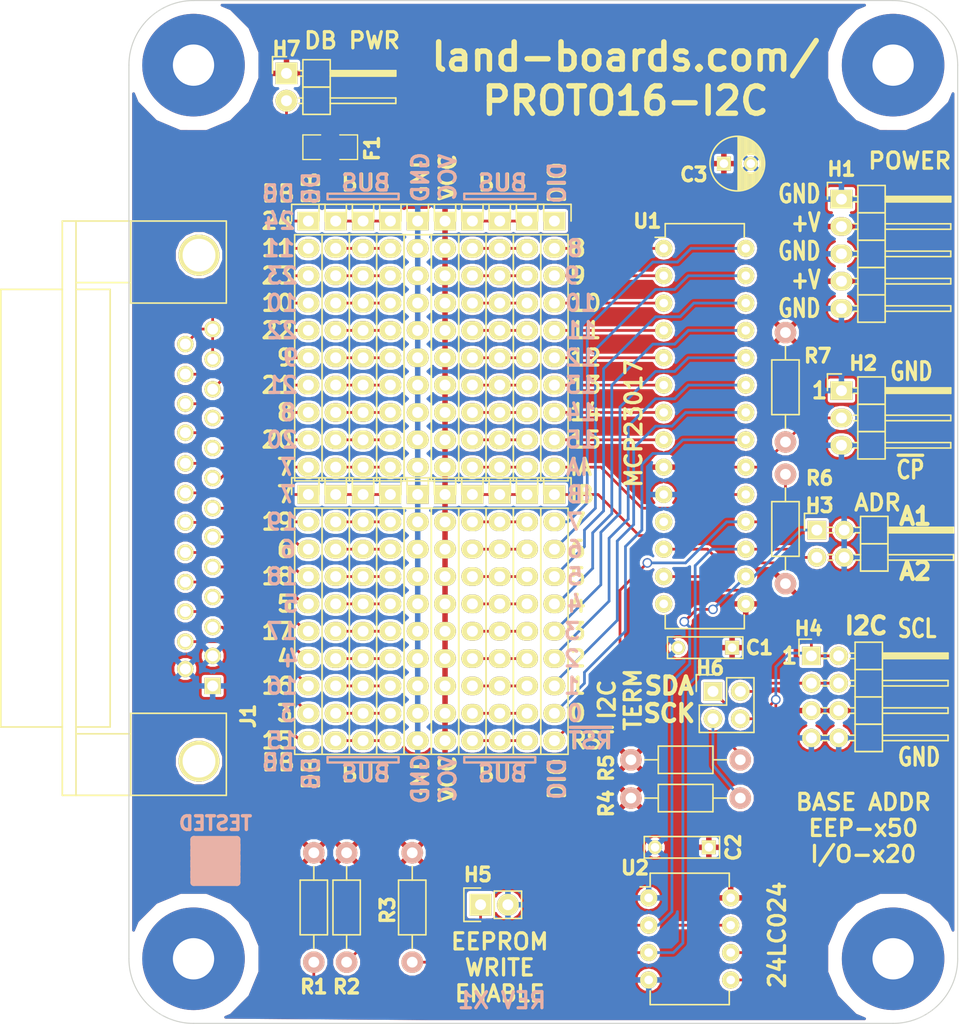
<source format=kicad_pcb>
(kicad_pcb (version 4) (host pcbnew "(after 2015-mar-04 BZR unknown)-product")
  (title_block (title "8-Channel Opto-Isolated Output I2C") (rev X1) (company land-boards.com))
  (layers (0 F.Cu signal) (31 B.Cu signal hide) (36 B.SilkS user) (37 F.SilkS user) (38 B.Mask user) (39 F.Mask user) (44 Edge.Cuts user))
  (net 0 "")
  (net 1 /A1)
  (net 2 /A2)
  (net 3 /SCL)
  (net 4 /SDA)
  (net 5 GND)
  (net 6 /RST)
  (net 7 "Net-(P1-Pad2)")
  (net 8 "Net-(P1-Pad3)")
  (net 9 "Net-(P1-Pad4)")
  (net 10 "Net-(P1-Pad5)")
  (net 11 "Net-(P1-Pad6)")
  (net 12 "Net-(P1-Pad7)")
  (net 13 "Net-(P1-Pad8)")
  (net 14 "Net-(P1-Pad9)")
  (net 15 +5V)
  (net 16 "Net-(P10-Pad2)")
  (net 17 "Net-(P10-Pad3)")
  (net 18 "Net-(P10-Pad4)")
  (net 19 "Net-(P10-Pad5)")
  (net 20 "Net-(P10-Pad6)")
  (net 21 "Net-(P10-Pad7)")
  (net 22 "Net-(P10-Pad8)")
  (net 23 "Net-(P10-Pad9)")
  (net 24 "Net-(P11-Pad2)")
  (net 25 "Net-(P11-Pad3)")
  (net 26 "Net-(P11-Pad4)")
  (net 27 "Net-(P11-Pad5)")
  (net 28 "Net-(P11-Pad6)")
  (net 29 "Net-(P11-Pad7)")
  (net 30 "Net-(P11-Pad8)")
  (net 31 "Net-(P11-Pad9)")
  (net 32 "Net-(P12-Pad2)")
  (net 33 "Net-(P12-Pad3)")
  (net 34 "Net-(P12-Pad4)")
  (net 35 "Net-(P12-Pad5)")
  (net 36 "Net-(P12-Pad6)")
  (net 37 "Net-(P12-Pad7)")
  (net 38 "Net-(P12-Pad8)")
  (net 39 "Net-(P12-Pad9)")
  (net 40 "Net-(F1-Pad2)")
  (net 41 "Net-(H5-Pad1)")
  (net 42 "Net-(P1-Pad10)")
  (net 43 "Net-(P11-Pad1)")
  (net 44 "Net-(P11-Pad10)")
  (net 45 "Net-(P12-Pad1)")
  (net 46 "Net-(P12-Pad10)")
  (net 47 "Net-(P10-Pad1)")
  (net 48 "Net-(P10-Pad10)")
  (net 49 "Net-(P1-Pad1)")
  (net 50 "Net-(H6-Pad1)")
  (net 51 "Net-(H6-Pad3)")
  (net 52 /B8)
  (net 53 /B9)
  (net 54 /B10)
  (net 55 /B11)
  (net 56 /B20)
  (net 57 /B21)
  (net 58 /B22)
  (net 59 /B23)
  (net 60 /B3)
  (net 61 /B4)
  (net 62 /B5)
  (net 63 /B6)
  (net 64 /B7)
  (net 65 /B15)
  (net 66 /B16)
  (net 67 /B17)
  (net 68 /B18)
  (net 69 /B19)
  (net 70 /B24)
  (net 71 /G7)
  (net 72 /G6)
  (net 73 /G5)
  (net 74 /G4)
  (net 75 /G3)
  (net 76 /G2)
  (net 77 /G1)
  (net 78 /G0)
  (net 79 /G8)
  (net 80 /G9)
  (net 81 /G10)
  (net 82 /G11)
  (net 83 /G12)
  (net 84 /G13)
  (net 85 /G14)
  (net 86 /G15)
  (net 87 /IA)
  (net 88 /IB)
  (module MTG-6-32 (layer F.Cu) (at 16 16 180)
    (fp_text reference MTG4 hide)
    (fp_text value MTG_HOLE hide)
    (pad 1 thru_hole circle (at 0 0 180) (size 9.525 9.525) (drill 3.8354) (layers *.Cu *.Mask) (clearance 1.27))
  )
  (module MTG-6-32 (layer F.Cu) (at 81 16 180)
    (fp_text reference MTG3 hide)
    (fp_text value MTG_HOLE hide)
    (pad 1 thru_hole circle (at 0 0 180) (size 9.525 9.525) (drill 3.8354) (layers *.Cu *.Mask) (clearance 1.27))
  )
  (module MTG-6-32 (layer F.Cu) (at 16 99 180)
    (fp_text reference MTG2 hide)
    (fp_text value MTG_HOLE hide)
    (pad 1 thru_hole circle (at 0 0 180) (size 9.525 9.525) (drill 3.8354) (layers *.Cu *.Mask) (clearance 1.27))
  )
  (module MTG-6-32 (layer F.Cu) (at 81 99 180)
    (fp_text reference MTG1 hide)
    (fp_text value MTG_HOLE hide)
    (pad 1 thru_hole circle (at 0 0 180) (size 9.525 9.525) (drill 3.8354) (layers *.Cu *.Mask) (clearance 1.27))
  )
  (module SM1206 (layer F.Cu) (at 28.702 23.622 180)
    (fp_text reference F1 (at -3.902 -0.114 270) (layer F.SilkS) (effects (font (size 1.27 1.27) (thickness 0.3175))))
    (fp_text value FUSE hide)
    (pad 1 smd rect (at -1.651 0 180) (size 1.524 2.032) (layers F.Cu F.Mask) (net 15 +5V))
    (pad 2 smd rect (at 1.651 0 180) (size 1.524 2.032) (layers F.Cu F.Mask) (net 40 "Net-(F1-Pad2)"))
  )
  (module Pin_Headers:Pin_Header_Straight_1x02 (layer F.Cu) (at 42.672 93.98 90)
    (fp_text reference H5 (at 2.794 -0.254 180) (layer F.SilkS) (effects (font (size 1.27 1.27) (thickness 0.3175))))
    (fp_text value CONN_01X02 hide)
    (pad 1 thru_hole rect (at 0 0 90) (size 2.032 2.032) (drill 1.016) (layers *.Cu *.Mask F.SilkS) (net 41 "Net-(H5-Pad1)"))
    (pad 2 thru_hole oval (at 0 2.54 90) (size 2.032 2.032) (drill 1.016) (layers *.Cu *.Mask F.SilkS) (net 5 GND))
  )
  (module Capacitors_ThroughHole:C_Rect_L7_W2_P5 (layer F.Cu) (at 66.04 70.104 180)
    (fp_text reference C1 (at -2.54 0 180) (layer F.SilkS) (effects (font (size 1.27 1.27) (thickness 0.3175))))
    (fp_text value 0.1uF hide)
    (pad 1 thru_hole rect (at 0 0 180) (size 1.3 1.3) (drill 0.8) (layers *.Cu *.Mask F.SilkS) (net 15 +5V))
    (pad 2 thru_hole circle (at 5 0 180) (size 1.3 1.3) (drill 0.8) (layers *.Cu *.Mask F.SilkS) (net 5 GND))
  )
  (module Capacitors_ThroughHole:C_Rect_L7_W2_P5 (layer F.Cu) (at 63.881 88.646 180)
    (fp_text reference C2 (at -2.286 0 270) (layer F.SilkS) (effects (font (size 1.27 1.27) (thickness 0.3175))))
    (fp_text value 0.1uF hide)
    (pad 1 thru_hole rect (at 0 0 180) (size 1.3 1.3) (drill 0.8) (layers *.Cu *.Mask F.SilkS) (net 15 +5V))
    (pad 2 thru_hole circle (at 5 0 180) (size 1.3 1.3) (drill 0.8) (layers *.Cu *.Mask F.SilkS) (net 5 GND))
  )
  (module Housings_DIP:DIP-28_W7.62mm (layer F.Cu) (at 59.69 33.02)
    (fp_text reference U1 (at -1.524 -2.54) (layer F.SilkS) (effects (font (size 1.27 1.27) (thickness 0.3175))))
    (fp_text value MCP23017P hide)
    (pad 1 thru_hole oval (at 0 0) (size 1.6 1.6) (drill 0.8) (layers *.Cu *.Mask F.SilkS) (net 79 /G8))
    (pad 2 thru_hole oval (at 0 2.54) (size 1.6 1.6) (drill 0.8) (layers *.Cu *.Mask F.SilkS) (net 80 /G9))
    (pad 3 thru_hole oval (at 0 5.08) (size 1.6 1.6) (drill 0.8) (layers *.Cu *.Mask F.SilkS) (net 81 /G10))
    (pad 4 thru_hole oval (at 0 7.62) (size 1.6 1.6) (drill 0.8) (layers *.Cu *.Mask F.SilkS) (net 82 /G11))
    (pad 5 thru_hole oval (at 0 10.16) (size 1.6 1.6) (drill 0.8) (layers *.Cu *.Mask F.SilkS) (net 83 /G12))
    (pad 6 thru_hole oval (at 0 12.7) (size 1.6 1.6) (drill 0.8) (layers *.Cu *.Mask F.SilkS) (net 84 /G13))
    (pad 7 thru_hole oval (at 0 15.24) (size 1.6 1.6) (drill 0.8) (layers *.Cu *.Mask F.SilkS) (net 85 /G14))
    (pad 8 thru_hole oval (at 0 17.78) (size 1.6 1.6) (drill 0.8) (layers *.Cu *.Mask F.SilkS) (net 86 /G15))
    (pad 9 thru_hole oval (at 0 20.32) (size 1.6 1.6) (drill 0.8) (layers *.Cu *.Mask F.SilkS) (net 15 +5V))
    (pad 10 thru_hole oval (at 0 22.86) (size 1.6 1.6) (drill 0.8) (layers *.Cu *.Mask F.SilkS) (net 5 GND))
    (pad 11 thru_hole oval (at 0 25.4) (size 1.6 1.6) (drill 0.8) (layers *.Cu *.Mask F.SilkS))
    (pad 12 thru_hole oval (at 0 27.94) (size 1.6 1.6) (drill 0.8) (layers *.Cu *.Mask F.SilkS) (net 3 /SCL))
    (pad 13 thru_hole oval (at 0 30.48) (size 1.6 1.6) (drill 0.8) (layers *.Cu *.Mask F.SilkS) (net 4 /SDA))
    (pad 14 thru_hole oval (at 0 33.02) (size 1.6 1.6) (drill 0.8) (layers *.Cu *.Mask F.SilkS))
    (pad 15 thru_hole oval (at 7.62 33.02) (size 1.6 1.6) (drill 0.8) (layers *.Cu *.Mask F.SilkS) (net 15 +5V))
    (pad 16 thru_hole oval (at 7.62 30.48) (size 1.6 1.6) (drill 0.8) (layers *.Cu *.Mask F.SilkS) (net 1 /A1))
    (pad 17 thru_hole oval (at 7.62 27.94) (size 1.6 1.6) (drill 0.8) (layers *.Cu *.Mask F.SilkS) (net 2 /A2))
    (pad 18 thru_hole oval (at 7.62 25.4) (size 1.6 1.6) (drill 0.8) (layers *.Cu *.Mask F.SilkS) (net 6 /RST))
    (pad 19 thru_hole oval (at 7.62 22.86) (size 1.6 1.6) (drill 0.8) (layers *.Cu *.Mask F.SilkS) (net 88 /IB))
    (pad 20 thru_hole oval (at 7.62 20.32) (size 1.6 1.6) (drill 0.8) (layers *.Cu *.Mask F.SilkS) (net 87 /IA))
    (pad 21 thru_hole oval (at 7.62 17.78) (size 1.6 1.6) (drill 0.8) (layers *.Cu *.Mask F.SilkS) (net 78 /G0))
    (pad 22 thru_hole oval (at 7.62 15.24) (size 1.6 1.6) (drill 0.8) (layers *.Cu *.Mask F.SilkS) (net 77 /G1))
    (pad 23 thru_hole oval (at 7.62 12.7) (size 1.6 1.6) (drill 0.8) (layers *.Cu *.Mask F.SilkS) (net 76 /G2))
    (pad 24 thru_hole oval (at 7.62 10.16) (size 1.6 1.6) (drill 0.8) (layers *.Cu *.Mask F.SilkS) (net 75 /G3))
    (pad 25 thru_hole oval (at 7.62 7.62) (size 1.6 1.6) (drill 0.8) (layers *.Cu *.Mask F.SilkS) (net 74 /G4))
    (pad 26 thru_hole oval (at 7.62 5.08) (size 1.6 1.6) (drill 0.8) (layers *.Cu *.Mask F.SilkS) (net 73 /G5))
    (pad 27 thru_hole oval (at 7.62 2.54) (size 1.6 1.6) (drill 0.8) (layers *.Cu *.Mask F.SilkS) (net 72 /G6))
    (pad 28 thru_hole oval (at 7.62 0) (size 1.6 1.6) (drill 0.8) (layers *.Cu *.Mask F.SilkS) (net 71 /G7))
  )
  (module Housings_DIP:DIP-8_W7.62mm (layer F.Cu) (at 58.293 93.345)
    (fp_text reference U2 (at -1.27 -2.794) (layer F.SilkS) (effects (font (size 1.27 1.27) (thickness 0.3175))))
    (fp_text value 24C01 hide)
    (pad 1 thru_hole oval (at 0 0) (size 1.6 1.6) (drill 0.8) (layers *.Cu *.Mask F.SilkS) (net 5 GND))
    (pad 2 thru_hole oval (at 0 2.54) (size 1.6 1.6) (drill 0.8) (layers *.Cu *.Mask F.SilkS) (net 1 /A1))
    (pad 3 thru_hole oval (at 0 5.08) (size 1.6 1.6) (drill 0.8) (layers *.Cu *.Mask F.SilkS) (net 2 /A2))
    (pad 4 thru_hole oval (at 0 7.62) (size 1.6 1.6) (drill 0.8) (layers *.Cu *.Mask F.SilkS) (net 5 GND))
    (pad 5 thru_hole oval (at 7.62 7.62) (size 1.6 1.6) (drill 0.8) (layers *.Cu *.Mask F.SilkS) (net 4 /SDA))
    (pad 6 thru_hole oval (at 7.62 5.08) (size 1.6 1.6) (drill 0.8) (layers *.Cu *.Mask F.SilkS) (net 3 /SCL))
    (pad 7 thru_hole oval (at 7.62 2.54) (size 1.6 1.6) (drill 0.8) (layers *.Cu *.Mask F.SilkS) (net 41 "Net-(H5-Pad1)"))
    (pad 8 thru_hole oval (at 7.62 0) (size 1.6 1.6) (drill 0.8) (layers *.Cu *.Mask F.SilkS) (net 15 +5V))
  )
  (module Pin_Headers:Pin_Header_Angled_2x04 (layer F.Cu) (at 73.406 70.866)
    (fp_text reference H4 (at -0.254 -2.54) (layer F.SilkS) (effects (font (size 1.27 1.27) (thickness 0.3175))))
    (fp_text value CONN_02X04 hide)
    (pad 1 thru_hole rect (at 0 0) (size 1.7272 1.7272) (drill 1.016) (layers *.Cu *.Mask F.SilkS) (net 3 /SCL))
    (pad 2 thru_hole oval (at 2.54 0) (size 1.7272 1.7272) (drill 1.016) (layers *.Cu *.Mask F.SilkS) (net 3 /SCL))
    (pad 3 thru_hole oval (at 0 2.54) (size 1.7272 1.7272) (drill 1.016) (layers *.Cu *.Mask F.SilkS) (net 4 /SDA))
    (pad 4 thru_hole oval (at 2.54 2.54) (size 1.7272 1.7272) (drill 1.016) (layers *.Cu *.Mask F.SilkS) (net 4 /SDA))
    (pad 5 thru_hole oval (at 0 5.08) (size 1.7272 1.7272) (drill 1.016) (layers *.Cu *.Mask F.SilkS) (net 15 +5V))
    (pad 6 thru_hole oval (at 2.54 5.08) (size 1.7272 1.7272) (drill 1.016) (layers *.Cu *.Mask F.SilkS) (net 15 +5V))
    (pad 7 thru_hole oval (at 0 7.62) (size 1.7272 1.7272) (drill 1.016) (layers *.Cu *.Mask F.SilkS) (net 5 GND))
    (pad 8 thru_hole oval (at 2.54 7.62) (size 1.7272 1.7272) (drill 1.016) (layers *.Cu *.Mask F.SilkS) (net 5 GND))
  )
  (module Pin_Headers:Pin_Header_Angled_1x05 (layer F.Cu) (at 76.2 28.448)
    (fp_text reference H1 (at 0 -2.794) (layer F.SilkS) (effects (font (size 1.27 1.27) (thickness 0.3175))))
    (fp_text value CONN_01X05 hide)
    (pad 1 thru_hole rect (at 0 0) (size 2.032 1.7272) (drill 1.016) (layers *.Cu *.Mask F.SilkS) (net 5 GND))
    (pad 2 thru_hole oval (at 0 2.54) (size 2.032 1.7272) (drill 1.016) (layers *.Cu *.Mask F.SilkS) (net 15 +5V))
    (pad 3 thru_hole oval (at 0 5.08) (size 2.032 1.7272) (drill 1.016) (layers *.Cu *.Mask F.SilkS) (net 5 GND))
    (pad 4 thru_hole oval (at 0 7.62) (size 2.032 1.7272) (drill 1.016) (layers *.Cu *.Mask F.SilkS) (net 15 +5V))
    (pad 5 thru_hole oval (at 0 10.16) (size 2.032 1.7272) (drill 1.016) (layers *.Cu *.Mask F.SilkS) (net 5 GND))
  )
  (module Resistors_ThroughHole:Resistor_Horizontal_RM10mm (layer F.Cu) (at 66.802 80.518 180)
    (fp_text reference R5 (at 12.446 -0.762 270) (layer F.SilkS) (effects (font (size 1.27 1.27) (thickness 0.3175))))
    (fp_text value 2.2K hide)
    (pad 1 thru_hole circle (at 0 0 180) (size 1.99898 1.99898) (drill 1.00076) (layers *.Cu *.SilkS *.Mask) (net 50 "Net-(H6-Pad1)"))
    (pad 2 thru_hole circle (at 10.16 0 180) (size 1.99898 1.99898) (drill 1.00076) (layers *.Cu *.SilkS *.Mask) (net 15 +5V))
  )
  (module Resistors_ThroughHole:Resistor_Horizontal_RM10mm (layer F.Cu) (at 66.802 84.074 180)
    (fp_text reference R4 (at 12.446 -0.508 270) (layer F.SilkS) (effects (font (size 1.27 1.27) (thickness 0.3175))))
    (fp_text value 2.2K hide)
    (pad 1 thru_hole circle (at 0 0 180) (size 1.99898 1.99898) (drill 1.00076) (layers *.Cu *.SilkS *.Mask) (net 51 "Net-(H6-Pad3)"))
    (pad 2 thru_hole circle (at 10.16 0 180) (size 1.99898 1.99898) (drill 1.00076) (layers *.Cu *.SilkS *.Mask) (net 15 +5V))
  )
  (module Resistors_ThroughHole:Resistor_Horizontal_RM10mm (layer F.Cu) (at 71 51 90)
    (fp_text reference R7 (at 8 3 180) (layer F.SilkS) (effects (font (size 1.27 1.27) (thickness 0.3175))))
    (fp_text value 10K hide)
    (pad 1 thru_hole circle (at 0 0 90) (size 1.99898 1.99898) (drill 1.00076) (layers *.Cu *.SilkS *.Mask) (net 87 /IA))
    (pad 2 thru_hole circle (at 10.16 0 90) (size 1.99898 1.99898) (drill 1.00076) (layers *.Cu *.SilkS *.Mask) (net 15 +5V))
  )
  (module Resistors_ThroughHole:Resistor_Horizontal_RM10mm (layer F.Cu) (at 71 54 270)
    (fp_text reference R6 (at 0.356 -3.168 360) (layer F.SilkS) (effects (font (size 1.27 1.27) (thickness 0.3175))))
    (fp_text value 10K hide)
    (pad 1 thru_hole circle (at 0 0 270) (size 1.99898 1.99898) (drill 1.00076) (layers *.Cu *.SilkS *.Mask) (net 6 /RST))
    (pad 2 thru_hole circle (at 10.16 0 270) (size 1.99898 1.99898) (drill 1.00076) (layers *.Cu *.SilkS *.Mask) (net 15 +5V))
  )
  (module Resistors_ThroughHole:Resistor_Horizontal_RM10mm (layer F.Cu) (at 36.322 99.314 90)
    (fp_text reference R3 (at 4.826 -2.286 90) (layer F.SilkS) (effects (font (size 1.27 1.27) (thickness 0.3175))))
    (fp_text value 1K hide)
    (pad 1 thru_hole circle (at 0 0 90) (size 1.99898 1.99898) (drill 1.00076) (layers *.Cu *.SilkS *.Mask) (net 41 "Net-(H5-Pad1)"))
    (pad 2 thru_hole circle (at 10.16 0 90) (size 1.99898 1.99898) (drill 1.00076) (layers *.Cu *.SilkS *.Mask) (net 15 +5V))
  )
  (module Resistors_ThroughHole:Resistor_Horizontal_RM10mm (layer F.Cu) (at 27.178 99.314 90)
    (fp_text reference R1 (at -2.286 0 180) (layer F.SilkS) (effects (font (size 1.27 1.27) (thickness 0.3175))))
    (fp_text value 10K hide)
    (pad 1 thru_hole circle (at 0 0 90) (size 1.99898 1.99898) (drill 1.00076) (layers *.Cu *.SilkS *.Mask) (net 2 /A2))
    (pad 2 thru_hole circle (at 10.16 0 90) (size 1.99898 1.99898) (drill 1.00076) (layers *.Cu *.SilkS *.Mask) (net 15 +5V))
  )
  (module Resistors_ThroughHole:Resistor_Horizontal_RM10mm (layer F.Cu) (at 30.226 99.314 90)
    (fp_text reference R2 (at -2.286 0 180) (layer F.SilkS) (effects (font (size 1.27 1.27) (thickness 0.3175))))
    (fp_text value 10K hide)
    (pad 1 thru_hole circle (at 0 0 90) (size 1.99898 1.99898) (drill 1.00076) (layers *.Cu *.SilkS *.Mask) (net 1 /A1))
    (pad 2 thru_hole circle (at 10.16 0 90) (size 1.99898 1.99898) (drill 1.00076) (layers *.Cu *.SilkS *.Mask) (net 15 +5V))
  )
  (module Pin_Headers:Pin_Header_Angled_2x02 (layer F.Cu) (at 73.914 59.182)
    (fp_text reference H3 (at 0.254 -2.286) (layer F.SilkS) (effects (font (size 1.27 1.27) (thickness 0.3175))))
    (fp_text value CONN_02X02 hide)
    (pad 1 thru_hole rect (at 0 0) (size 1.7272 1.7272) (drill 1.016) (layers *.Cu *.Mask F.SilkS) (net 1 /A1))
    (pad 2 thru_hole oval (at 2.54 0) (size 1.7272 1.7272) (drill 1.016) (layers *.Cu *.Mask F.SilkS) (net 5 GND))
    (pad 3 thru_hole oval (at 0 2.54) (size 1.7272 1.7272) (drill 1.016) (layers *.Cu *.Mask F.SilkS) (net 2 /A2))
    (pad 4 thru_hole oval (at 2.54 2.54) (size 1.7272 1.7272) (drill 1.016) (layers *.Cu *.Mask F.SilkS) (net 5 GND))
  )
  (module Pin_Headers:Pin_Header_Straight_2x02 (layer F.Cu) (at 64.262 74.168)
    (fp_text reference H6 (at -0.262 -2.168) (layer F.SilkS) (effects (font (size 1.27 1.27) (thickness 0.3175))))
    (fp_text value CONN_02X02 hide)
    (pad 1 thru_hole rect (at 0 0) (size 1.7272 1.7272) (drill 1.016) (layers *.Cu *.Mask F.SilkS) (net 50 "Net-(H6-Pad1)"))
    (pad 2 thru_hole oval (at 2.54 0) (size 1.7272 1.7272) (drill 1.016) (layers *.Cu *.Mask F.SilkS) (net 4 /SDA))
    (pad 3 thru_hole oval (at 0 2.54) (size 1.7272 1.7272) (drill 1.016) (layers *.Cu *.Mask F.SilkS) (net 51 "Net-(H6-Pad3)"))
    (pad 4 thru_hole oval (at 2.54 2.54) (size 1.7272 1.7272) (drill 1.016) (layers *.Cu *.Mask F.SilkS) (net 3 /SCL))
  )
  (module Capacitors_ThroughHole:C_Radial_D5_L11_P2.5 (layer F.Cu) (at 65.278 25.146)
    (fp_text reference C3 (at -2.794 1.016) (layer F.SilkS) (effects (font (size 1.27 1.27) (thickness 0.3175))))
    (fp_text value 47uF hide)
    (pad 1 thru_hole rect (at 0 0) (size 1.3 1.3) (drill 0.8) (layers *.Cu *.Mask F.SilkS) (net 15 +5V))
    (pad 2 thru_hole circle (at 2.5 0) (size 1.3 1.3) (drill 0.8) (layers *.Cu *.Mask F.SilkS) (net 5 GND))
  )
  (module DougsNewMods:DB25FC (layer F.Cu) (at 16.51 57.15 90)
    (fp_text reference J1 (at -19.304 4.572 90) (layer F.SilkS) (effects (font (size 1.27 1.27) (thickness 0.3175))))
    (fp_text value DB25 hide)
    (pad "" thru_hole circle (at 23.495 0 90) (size 3.81 3.81) (drill 3.048) (layers *.Cu *.Mask F.SilkS))
    (pad "" thru_hole circle (at -23.495 0 90) (size 3.81 3.81) (drill 3.048) (layers *.Cu *.Mask F.SilkS))
    (pad 1 thru_hole rect (at -16.51 1.27 90) (size 1.524 1.524) (drill 1.016) (layers *.Cu *.Mask F.SilkS) (net 5 GND))
    (pad 2 thru_hole circle (at -13.716 1.27 90) (size 1.524 1.524) (drill 1.016) (layers *.Cu *.Mask F.SilkS) (net 5 GND))
    (pad 3 thru_hole circle (at -11.049 1.27 90) (size 1.524 1.524) (drill 1.016) (layers *.Cu *.Mask F.SilkS) (net 60 /B3))
    (pad 4 thru_hole circle (at -8.255 1.27 90) (size 1.524 1.524) (drill 1.016) (layers *.Cu *.Mask F.SilkS) (net 61 /B4))
    (pad 5 thru_hole circle (at -5.461 1.27 90) (size 1.524 1.524) (drill 1.016) (layers *.Cu *.Mask F.SilkS) (net 62 /B5))
    (pad 6 thru_hole circle (at -2.667 1.27 90) (size 1.524 1.524) (drill 1.016) (layers *.Cu *.Mask F.SilkS) (net 63 /B6))
    (pad 7 thru_hole circle (at 0 1.27 90) (size 1.524 1.524) (drill 1.016) (layers *.Cu *.Mask F.SilkS) (net 64 /B7))
    (pad 8 thru_hole circle (at 2.794 1.27 90) (size 1.524 1.524) (drill 1.016) (layers *.Cu *.Mask F.SilkS) (net 52 /B8))
    (pad 9 thru_hole circle (at 5.588 1.27 90) (size 1.524 1.524) (drill 1.016) (layers *.Cu *.Mask F.SilkS) (net 53 /B9))
    (pad 10 thru_hole circle (at 8.382 1.27 90) (size 1.524 1.524) (drill 1.016) (layers *.Cu *.Mask F.SilkS) (net 54 /B10))
    (pad 11 thru_hole circle (at 11.049 1.27 90) (size 1.524 1.524) (drill 1.016) (layers *.Cu *.Mask F.SilkS) (net 55 /B11))
    (pad 12 thru_hole circle (at 13.843 1.27 90) (size 1.524 1.524) (drill 1.016) (layers *.Cu *.Mask F.SilkS) (net 40 "Net-(F1-Pad2)"))
    (pad 13 thru_hole circle (at 16.637 1.27 90) (size 1.524 1.524) (drill 1.016) (layers *.Cu *.Mask F.SilkS) (net 40 "Net-(F1-Pad2)"))
    (pad 14 thru_hole circle (at -14.9352 -1.27 90) (size 1.524 1.524) (drill 1.016) (layers *.Cu *.Mask F.SilkS) (net 5 GND))
    (pad 15 thru_hole circle (at -12.3952 -1.27 90) (size 1.524 1.524) (drill 1.016) (layers *.Cu *.Mask F.SilkS) (net 65 /B15))
    (pad 16 thru_hole circle (at -9.6012 -1.27 90) (size 1.524 1.524) (drill 1.016) (layers *.Cu *.Mask F.SilkS) (net 66 /B16))
    (pad 17 thru_hole circle (at -6.858 -1.27 90) (size 1.524 1.524) (drill 1.016) (layers *.Cu *.Mask F.SilkS) (net 67 /B17))
    (pad 18 thru_hole circle (at -4.1148 -1.27 90) (size 1.524 1.524) (drill 1.016) (layers *.Cu *.Mask F.SilkS) (net 68 /B18))
    (pad 19 thru_hole circle (at -1.3208 -1.27 90) (size 1.524 1.524) (drill 1.016) (layers *.Cu *.Mask F.SilkS) (net 69 /B19))
    (pad 20 thru_hole circle (at 1.4224 -1.27 90) (size 1.524 1.524) (drill 1.016) (layers *.Cu *.Mask F.SilkS) (net 56 /B20))
    (pad 21 thru_hole circle (at 4.1656 -1.27 90) (size 1.524 1.524) (drill 1.016) (layers *.Cu *.Mask F.SilkS) (net 57 /B21))
    (pad 22 thru_hole circle (at 7.0104 -1.27 90) (size 1.524 1.524) (drill 1.016) (layers *.Cu *.Mask F.SilkS) (net 58 /B22))
    (pad 23 thru_hole circle (at 9.7028 -1.27 90) (size 1.524 1.524) (drill 1.016) (layers *.Cu *.Mask F.SilkS) (net 59 /B23))
    (pad 24 thru_hole circle (at 12.446 -1.27 90) (size 1.524 1.524) (drill 1.016) (layers *.Cu *.Mask F.SilkS) (net 70 /B24))
    (pad 25 thru_hole circle (at 15.24 -1.27 90) (size 1.524 1.524) (drill 1.016) (layers *.Cu *.Mask F.SilkS) (net 40 "Net-(F1-Pad2)"))
  )
  (module Pin_Headers:Pin_Header_Straight_1x10 (layer F.Cu) (at 41.91 30.48)
    (fp_text reference P1 hide)
    (fp_text value CONN_01X10 hide)
    (pad 1 thru_hole rect (at 0 0) (size 2.032 1.7272) (drill 1.016) (layers *.Cu *.Mask F.SilkS) (net 49 "Net-(P1-Pad1)"))
    (pad 2 thru_hole oval (at 0 2.54) (size 2.032 1.7272) (drill 1.016) (layers *.Cu *.Mask F.SilkS) (net 7 "Net-(P1-Pad2)"))
    (pad 3 thru_hole oval (at 0 5.08) (size 2.032 1.7272) (drill 1.016) (layers *.Cu *.Mask F.SilkS) (net 8 "Net-(P1-Pad3)"))
    (pad 4 thru_hole oval (at 0 7.62) (size 2.032 1.7272) (drill 1.016) (layers *.Cu *.Mask F.SilkS) (net 9 "Net-(P1-Pad4)"))
    (pad 5 thru_hole oval (at 0 10.16) (size 2.032 1.7272) (drill 1.016) (layers *.Cu *.Mask F.SilkS) (net 10 "Net-(P1-Pad5)"))
    (pad 6 thru_hole oval (at 0 12.7) (size 2.032 1.7272) (drill 1.016) (layers *.Cu *.Mask F.SilkS) (net 11 "Net-(P1-Pad6)"))
    (pad 7 thru_hole oval (at 0 15.24) (size 2.032 1.7272) (drill 1.016) (layers *.Cu *.Mask F.SilkS) (net 12 "Net-(P1-Pad7)"))
    (pad 8 thru_hole oval (at 0 17.78) (size 2.032 1.7272) (drill 1.016) (layers *.Cu *.Mask F.SilkS) (net 13 "Net-(P1-Pad8)"))
    (pad 9 thru_hole oval (at 0 20.32) (size 2.032 1.7272) (drill 1.016) (layers *.Cu *.Mask F.SilkS) (net 14 "Net-(P1-Pad9)"))
    (pad 10 thru_hole oval (at 0 22.86) (size 2.032 1.7272) (drill 1.016) (layers *.Cu *.Mask F.SilkS) (net 42 "Net-(P1-Pad10)"))
  )
  (module Pin_Headers:Pin_Header_Straight_1x10 (layer F.Cu) (at 44.45 55.88)
    (fp_text reference P99 hide)
    (fp_text value CONN_01X10 hide)
    (pad 1 thru_hole rect (at 0 0) (size 2.032 1.7272) (drill 1.016) (layers *.Cu *.Mask F.SilkS) (net 47 "Net-(P10-Pad1)"))
    (pad 2 thru_hole oval (at 0 2.54) (size 2.032 1.7272) (drill 1.016) (layers *.Cu *.Mask F.SilkS) (net 16 "Net-(P10-Pad2)"))
    (pad 3 thru_hole oval (at 0 5.08) (size 2.032 1.7272) (drill 1.016) (layers *.Cu *.Mask F.SilkS) (net 17 "Net-(P10-Pad3)"))
    (pad 4 thru_hole oval (at 0 7.62) (size 2.032 1.7272) (drill 1.016) (layers *.Cu *.Mask F.SilkS) (net 18 "Net-(P10-Pad4)"))
    (pad 5 thru_hole oval (at 0 10.16) (size 2.032 1.7272) (drill 1.016) (layers *.Cu *.Mask F.SilkS) (net 19 "Net-(P10-Pad5)"))
    (pad 6 thru_hole oval (at 0 12.7) (size 2.032 1.7272) (drill 1.016) (layers *.Cu *.Mask F.SilkS) (net 20 "Net-(P10-Pad6)"))
    (pad 7 thru_hole oval (at 0 15.24) (size 2.032 1.7272) (drill 1.016) (layers *.Cu *.Mask F.SilkS) (net 21 "Net-(P10-Pad7)"))
    (pad 8 thru_hole oval (at 0 17.78) (size 2.032 1.7272) (drill 1.016) (layers *.Cu *.Mask F.SilkS) (net 22 "Net-(P10-Pad8)"))
    (pad 9 thru_hole oval (at 0 20.32) (size 2.032 1.7272) (drill 1.016) (layers *.Cu *.Mask F.SilkS) (net 23 "Net-(P10-Pad9)"))
    (pad 10 thru_hole oval (at 0 22.86) (size 2.032 1.7272) (drill 1.016) (layers *.Cu *.Mask F.SilkS) (net 48 "Net-(P10-Pad10)"))
  )
  (module Pin_Headers:Pin_Header_Straight_1x10 (layer F.Cu) (at 46.99 30.48)
    (fp_text reference P3 hide)
    (fp_text value CONN_01X10 hide)
    (pad 1 thru_hole rect (at 0 0) (size 2.032 1.7272) (drill 1.016) (layers *.Cu *.Mask F.SilkS) (net 49 "Net-(P1-Pad1)"))
    (pad 2 thru_hole oval (at 0 2.54) (size 2.032 1.7272) (drill 1.016) (layers *.Cu *.Mask F.SilkS) (net 7 "Net-(P1-Pad2)"))
    (pad 3 thru_hole oval (at 0 5.08) (size 2.032 1.7272) (drill 1.016) (layers *.Cu *.Mask F.SilkS) (net 8 "Net-(P1-Pad3)"))
    (pad 4 thru_hole oval (at 0 7.62) (size 2.032 1.7272) (drill 1.016) (layers *.Cu *.Mask F.SilkS) (net 9 "Net-(P1-Pad4)"))
    (pad 5 thru_hole oval (at 0 10.16) (size 2.032 1.7272) (drill 1.016) (layers *.Cu *.Mask F.SilkS) (net 10 "Net-(P1-Pad5)"))
    (pad 6 thru_hole oval (at 0 12.7) (size 2.032 1.7272) (drill 1.016) (layers *.Cu *.Mask F.SilkS) (net 11 "Net-(P1-Pad6)"))
    (pad 7 thru_hole oval (at 0 15.24) (size 2.032 1.7272) (drill 1.016) (layers *.Cu *.Mask F.SilkS) (net 12 "Net-(P1-Pad7)"))
    (pad 8 thru_hole oval (at 0 17.78) (size 2.032 1.7272) (drill 1.016) (layers *.Cu *.Mask F.SilkS) (net 13 "Net-(P1-Pad8)"))
    (pad 9 thru_hole oval (at 0 20.32) (size 2.032 1.7272) (drill 1.016) (layers *.Cu *.Mask F.SilkS) (net 14 "Net-(P1-Pad9)"))
    (pad 10 thru_hole oval (at 0 22.86) (size 2.032 1.7272) (drill 1.016) (layers *.Cu *.Mask F.SilkS) (net 42 "Net-(P1-Pad10)"))
  )
  (module Pin_Headers:Pin_Header_Straight_1x10 (layer F.Cu) (at 46.99 55.88)
    (fp_text reference P4 hide)
    (fp_text value CONN_01X10 hide)
    (pad 1 thru_hole rect (at 0 0) (size 2.032 1.7272) (drill 1.016) (layers *.Cu *.Mask F.SilkS) (net 47 "Net-(P10-Pad1)"))
    (pad 2 thru_hole oval (at 0 2.54) (size 2.032 1.7272) (drill 1.016) (layers *.Cu *.Mask F.SilkS) (net 16 "Net-(P10-Pad2)"))
    (pad 3 thru_hole oval (at 0 5.08) (size 2.032 1.7272) (drill 1.016) (layers *.Cu *.Mask F.SilkS) (net 17 "Net-(P10-Pad3)"))
    (pad 4 thru_hole oval (at 0 7.62) (size 2.032 1.7272) (drill 1.016) (layers *.Cu *.Mask F.SilkS) (net 18 "Net-(P10-Pad4)"))
    (pad 5 thru_hole oval (at 0 10.16) (size 2.032 1.7272) (drill 1.016) (layers *.Cu *.Mask F.SilkS) (net 19 "Net-(P10-Pad5)"))
    (pad 6 thru_hole oval (at 0 12.7) (size 2.032 1.7272) (drill 1.016) (layers *.Cu *.Mask F.SilkS) (net 20 "Net-(P10-Pad6)"))
    (pad 7 thru_hole oval (at 0 15.24) (size 2.032 1.7272) (drill 1.016) (layers *.Cu *.Mask F.SilkS) (net 21 "Net-(P10-Pad7)"))
    (pad 8 thru_hole oval (at 0 17.78) (size 2.032 1.7272) (drill 1.016) (layers *.Cu *.Mask F.SilkS) (net 22 "Net-(P10-Pad8)"))
    (pad 9 thru_hole oval (at 0 20.32) (size 2.032 1.7272) (drill 1.016) (layers *.Cu *.Mask F.SilkS) (net 23 "Net-(P10-Pad9)"))
    (pad 10 thru_hole oval (at 0 22.86) (size 2.032 1.7272) (drill 1.016) (layers *.Cu *.Mask F.SilkS) (net 48 "Net-(P10-Pad10)"))
  )
  (module Pin_Headers:Pin_Header_Straight_1x10 (layer F.Cu) (at 44.45 30.48)
    (fp_text reference P7 hide)
    (fp_text value CONN_01X10 hide)
    (pad 1 thru_hole rect (at 0 0) (size 2.032 1.7272) (drill 1.016) (layers *.Cu *.Mask F.SilkS) (net 49 "Net-(P1-Pad1)"))
    (pad 2 thru_hole oval (at 0 2.54) (size 2.032 1.7272) (drill 1.016) (layers *.Cu *.Mask F.SilkS) (net 7 "Net-(P1-Pad2)"))
    (pad 3 thru_hole oval (at 0 5.08) (size 2.032 1.7272) (drill 1.016) (layers *.Cu *.Mask F.SilkS) (net 8 "Net-(P1-Pad3)"))
    (pad 4 thru_hole oval (at 0 7.62) (size 2.032 1.7272) (drill 1.016) (layers *.Cu *.Mask F.SilkS) (net 9 "Net-(P1-Pad4)"))
    (pad 5 thru_hole oval (at 0 10.16) (size 2.032 1.7272) (drill 1.016) (layers *.Cu *.Mask F.SilkS) (net 10 "Net-(P1-Pad5)"))
    (pad 6 thru_hole oval (at 0 12.7) (size 2.032 1.7272) (drill 1.016) (layers *.Cu *.Mask F.SilkS) (net 11 "Net-(P1-Pad6)"))
    (pad 7 thru_hole oval (at 0 15.24) (size 2.032 1.7272) (drill 1.016) (layers *.Cu *.Mask F.SilkS) (net 12 "Net-(P1-Pad7)"))
    (pad 8 thru_hole oval (at 0 17.78) (size 2.032 1.7272) (drill 1.016) (layers *.Cu *.Mask F.SilkS) (net 13 "Net-(P1-Pad8)"))
    (pad 9 thru_hole oval (at 0 20.32) (size 2.032 1.7272) (drill 1.016) (layers *.Cu *.Mask F.SilkS) (net 14 "Net-(P1-Pad9)"))
    (pad 10 thru_hole oval (at 0 22.86) (size 2.032 1.7272) (drill 1.016) (layers *.Cu *.Mask F.SilkS) (net 42 "Net-(P1-Pad10)"))
  )
  (module Pin_Headers:Pin_Header_Straight_1x10 (layer F.Cu) (at 41.91 55.88)
    (fp_text reference P10 hide)
    (fp_text value CONN_01X10 hide)
    (pad 1 thru_hole rect (at 0 0) (size 2.032 1.7272) (drill 1.016) (layers *.Cu *.Mask F.SilkS) (net 47 "Net-(P10-Pad1)"))
    (pad 2 thru_hole oval (at 0 2.54) (size 2.032 1.7272) (drill 1.016) (layers *.Cu *.Mask F.SilkS) (net 16 "Net-(P10-Pad2)"))
    (pad 3 thru_hole oval (at 0 5.08) (size 2.032 1.7272) (drill 1.016) (layers *.Cu *.Mask F.SilkS) (net 17 "Net-(P10-Pad3)"))
    (pad 4 thru_hole oval (at 0 7.62) (size 2.032 1.7272) (drill 1.016) (layers *.Cu *.Mask F.SilkS) (net 18 "Net-(P10-Pad4)"))
    (pad 5 thru_hole oval (at 0 10.16) (size 2.032 1.7272) (drill 1.016) (layers *.Cu *.Mask F.SilkS) (net 19 "Net-(P10-Pad5)"))
    (pad 6 thru_hole oval (at 0 12.7) (size 2.032 1.7272) (drill 1.016) (layers *.Cu *.Mask F.SilkS) (net 20 "Net-(P10-Pad6)"))
    (pad 7 thru_hole oval (at 0 15.24) (size 2.032 1.7272) (drill 1.016) (layers *.Cu *.Mask F.SilkS) (net 21 "Net-(P10-Pad7)"))
    (pad 8 thru_hole oval (at 0 17.78) (size 2.032 1.7272) (drill 1.016) (layers *.Cu *.Mask F.SilkS) (net 22 "Net-(P10-Pad8)"))
    (pad 9 thru_hole oval (at 0 20.32) (size 2.032 1.7272) (drill 1.016) (layers *.Cu *.Mask F.SilkS) (net 23 "Net-(P10-Pad9)"))
    (pad 10 thru_hole oval (at 0 22.86) (size 2.032 1.7272) (drill 1.016) (layers *.Cu *.Mask F.SilkS) (net 48 "Net-(P10-Pad10)"))
  )
  (module Pin_Headers:Pin_Header_Straight_1x10 (layer F.Cu) (at 31.75 55.88)
    (fp_text reference P11 hide)
    (fp_text value CONN_01X10 hide)
    (pad 1 thru_hole rect (at 0 0) (size 2.032 1.7272) (drill 1.016) (layers *.Cu *.Mask F.SilkS) (net 43 "Net-(P11-Pad1)"))
    (pad 2 thru_hole oval (at 0 2.54) (size 2.032 1.7272) (drill 1.016) (layers *.Cu *.Mask F.SilkS) (net 24 "Net-(P11-Pad2)"))
    (pad 3 thru_hole oval (at 0 5.08) (size 2.032 1.7272) (drill 1.016) (layers *.Cu *.Mask F.SilkS) (net 25 "Net-(P11-Pad3)"))
    (pad 4 thru_hole oval (at 0 7.62) (size 2.032 1.7272) (drill 1.016) (layers *.Cu *.Mask F.SilkS) (net 26 "Net-(P11-Pad4)"))
    (pad 5 thru_hole oval (at 0 10.16) (size 2.032 1.7272) (drill 1.016) (layers *.Cu *.Mask F.SilkS) (net 27 "Net-(P11-Pad5)"))
    (pad 6 thru_hole oval (at 0 12.7) (size 2.032 1.7272) (drill 1.016) (layers *.Cu *.Mask F.SilkS) (net 28 "Net-(P11-Pad6)"))
    (pad 7 thru_hole oval (at 0 15.24) (size 2.032 1.7272) (drill 1.016) (layers *.Cu *.Mask F.SilkS) (net 29 "Net-(P11-Pad7)"))
    (pad 8 thru_hole oval (at 0 17.78) (size 2.032 1.7272) (drill 1.016) (layers *.Cu *.Mask F.SilkS) (net 30 "Net-(P11-Pad8)"))
    (pad 9 thru_hole oval (at 0 20.32) (size 2.032 1.7272) (drill 1.016) (layers *.Cu *.Mask F.SilkS) (net 31 "Net-(P11-Pad9)"))
    (pad 10 thru_hole oval (at 0 22.86) (size 2.032 1.7272) (drill 1.016) (layers *.Cu *.Mask F.SilkS) (net 44 "Net-(P11-Pad10)"))
  )
  (module Pin_Headers:Pin_Header_Straight_1x10 (layer F.Cu) (at 34.29 30.48)
    (fp_text reference P12 hide)
    (fp_text value CONN_01X10 hide)
    (pad 1 thru_hole rect (at 0 0) (size 2.032 1.7272) (drill 1.016) (layers *.Cu *.Mask F.SilkS) (net 45 "Net-(P12-Pad1)"))
    (pad 2 thru_hole oval (at 0 2.54) (size 2.032 1.7272) (drill 1.016) (layers *.Cu *.Mask F.SilkS) (net 32 "Net-(P12-Pad2)"))
    (pad 3 thru_hole oval (at 0 5.08) (size 2.032 1.7272) (drill 1.016) (layers *.Cu *.Mask F.SilkS) (net 33 "Net-(P12-Pad3)"))
    (pad 4 thru_hole oval (at 0 7.62) (size 2.032 1.7272) (drill 1.016) (layers *.Cu *.Mask F.SilkS) (net 34 "Net-(P12-Pad4)"))
    (pad 5 thru_hole oval (at 0 10.16) (size 2.032 1.7272) (drill 1.016) (layers *.Cu *.Mask F.SilkS) (net 35 "Net-(P12-Pad5)"))
    (pad 6 thru_hole oval (at 0 12.7) (size 2.032 1.7272) (drill 1.016) (layers *.Cu *.Mask F.SilkS) (net 36 "Net-(P12-Pad6)"))
    (pad 7 thru_hole oval (at 0 15.24) (size 2.032 1.7272) (drill 1.016) (layers *.Cu *.Mask F.SilkS) (net 37 "Net-(P12-Pad7)"))
    (pad 8 thru_hole oval (at 0 17.78) (size 2.032 1.7272) (drill 1.016) (layers *.Cu *.Mask F.SilkS) (net 38 "Net-(P12-Pad8)"))
    (pad 9 thru_hole oval (at 0 20.32) (size 2.032 1.7272) (drill 1.016) (layers *.Cu *.Mask F.SilkS) (net 39 "Net-(P12-Pad9)"))
    (pad 10 thru_hole oval (at 0 22.86) (size 2.032 1.7272) (drill 1.016) (layers *.Cu *.Mask F.SilkS) (net 46 "Net-(P12-Pad10)"))
  )
  (module Pin_Headers:Pin_Header_Straight_1x10 (layer F.Cu) (at 29.21 55.88)
    (fp_text reference P13 hide)
    (fp_text value CONN_01X10 hide)
    (pad 1 thru_hole rect (at 0 0) (size 2.032 1.7272) (drill 1.016) (layers *.Cu *.Mask F.SilkS) (net 43 "Net-(P11-Pad1)"))
    (pad 2 thru_hole oval (at 0 2.54) (size 2.032 1.7272) (drill 1.016) (layers *.Cu *.Mask F.SilkS) (net 24 "Net-(P11-Pad2)"))
    (pad 3 thru_hole oval (at 0 5.08) (size 2.032 1.7272) (drill 1.016) (layers *.Cu *.Mask F.SilkS) (net 25 "Net-(P11-Pad3)"))
    (pad 4 thru_hole oval (at 0 7.62) (size 2.032 1.7272) (drill 1.016) (layers *.Cu *.Mask F.SilkS) (net 26 "Net-(P11-Pad4)"))
    (pad 5 thru_hole oval (at 0 10.16) (size 2.032 1.7272) (drill 1.016) (layers *.Cu *.Mask F.SilkS) (net 27 "Net-(P11-Pad5)"))
    (pad 6 thru_hole oval (at 0 12.7) (size 2.032 1.7272) (drill 1.016) (layers *.Cu *.Mask F.SilkS) (net 28 "Net-(P11-Pad6)"))
    (pad 7 thru_hole oval (at 0 15.24) (size 2.032 1.7272) (drill 1.016) (layers *.Cu *.Mask F.SilkS) (net 29 "Net-(P11-Pad7)"))
    (pad 8 thru_hole oval (at 0 17.78) (size 2.032 1.7272) (drill 1.016) (layers *.Cu *.Mask F.SilkS) (net 30 "Net-(P11-Pad8)"))
    (pad 9 thru_hole oval (at 0 20.32) (size 2.032 1.7272) (drill 1.016) (layers *.Cu *.Mask F.SilkS) (net 31 "Net-(P11-Pad9)"))
    (pad 10 thru_hole oval (at 0 22.86) (size 2.032 1.7272) (drill 1.016) (layers *.Cu *.Mask F.SilkS) (net 44 "Net-(P11-Pad10)"))
  )
  (module Pin_Headers:Pin_Header_Straight_1x10 (layer F.Cu) (at 29.21 30.48)
    (fp_text reference P14 hide)
    (fp_text value CONN_01X10 hide)
    (pad 1 thru_hole rect (at 0 0) (size 2.032 1.7272) (drill 1.016) (layers *.Cu *.Mask F.SilkS) (net 45 "Net-(P12-Pad1)"))
    (pad 2 thru_hole oval (at 0 2.54) (size 2.032 1.7272) (drill 1.016) (layers *.Cu *.Mask F.SilkS) (net 32 "Net-(P12-Pad2)"))
    (pad 3 thru_hole oval (at 0 5.08) (size 2.032 1.7272) (drill 1.016) (layers *.Cu *.Mask F.SilkS) (net 33 "Net-(P12-Pad3)"))
    (pad 4 thru_hole oval (at 0 7.62) (size 2.032 1.7272) (drill 1.016) (layers *.Cu *.Mask F.SilkS) (net 34 "Net-(P12-Pad4)"))
    (pad 5 thru_hole oval (at 0 10.16) (size 2.032 1.7272) (drill 1.016) (layers *.Cu *.Mask F.SilkS) (net 35 "Net-(P12-Pad5)"))
    (pad 6 thru_hole oval (at 0 12.7) (size 2.032 1.7272) (drill 1.016) (layers *.Cu *.Mask F.SilkS) (net 36 "Net-(P12-Pad6)"))
    (pad 7 thru_hole oval (at 0 15.24) (size 2.032 1.7272) (drill 1.016) (layers *.Cu *.Mask F.SilkS) (net 37 "Net-(P12-Pad7)"))
    (pad 8 thru_hole oval (at 0 17.78) (size 2.032 1.7272) (drill 1.016) (layers *.Cu *.Mask F.SilkS) (net 38 "Net-(P12-Pad8)"))
    (pad 9 thru_hole oval (at 0 20.32) (size 2.032 1.7272) (drill 1.016) (layers *.Cu *.Mask F.SilkS) (net 39 "Net-(P12-Pad9)"))
    (pad 10 thru_hole oval (at 0 22.86) (size 2.032 1.7272) (drill 1.016) (layers *.Cu *.Mask F.SilkS) (net 46 "Net-(P12-Pad10)"))
  )
  (module Pin_Headers:Pin_Header_Straight_1x10 (layer F.Cu) (at 31.75 30.48)
    (fp_text reference P15 hide)
    (fp_text value CONN_01X10 hide)
    (pad 1 thru_hole rect (at 0 0) (size 2.032 1.7272) (drill 1.016) (layers *.Cu *.Mask F.SilkS) (net 45 "Net-(P12-Pad1)"))
    (pad 2 thru_hole oval (at 0 2.54) (size 2.032 1.7272) (drill 1.016) (layers *.Cu *.Mask F.SilkS) (net 32 "Net-(P12-Pad2)"))
    (pad 3 thru_hole oval (at 0 5.08) (size 2.032 1.7272) (drill 1.016) (layers *.Cu *.Mask F.SilkS) (net 33 "Net-(P12-Pad3)"))
    (pad 4 thru_hole oval (at 0 7.62) (size 2.032 1.7272) (drill 1.016) (layers *.Cu *.Mask F.SilkS) (net 34 "Net-(P12-Pad4)"))
    (pad 5 thru_hole oval (at 0 10.16) (size 2.032 1.7272) (drill 1.016) (layers *.Cu *.Mask F.SilkS) (net 35 "Net-(P12-Pad5)"))
    (pad 6 thru_hole oval (at 0 12.7) (size 2.032 1.7272) (drill 1.016) (layers *.Cu *.Mask F.SilkS) (net 36 "Net-(P12-Pad6)"))
    (pad 7 thru_hole oval (at 0 15.24) (size 2.032 1.7272) (drill 1.016) (layers *.Cu *.Mask F.SilkS) (net 37 "Net-(P12-Pad7)"))
    (pad 8 thru_hole oval (at 0 17.78) (size 2.032 1.7272) (drill 1.016) (layers *.Cu *.Mask F.SilkS) (net 38 "Net-(P12-Pad8)"))
    (pad 9 thru_hole oval (at 0 20.32) (size 2.032 1.7272) (drill 1.016) (layers *.Cu *.Mask F.SilkS) (net 39 "Net-(P12-Pad9)"))
    (pad 10 thru_hole oval (at 0 22.86) (size 2.032 1.7272) (drill 1.016) (layers *.Cu *.Mask F.SilkS) (net 46 "Net-(P12-Pad10)"))
  )
  (module Pin_Headers:Pin_Header_Straight_1x10 (layer F.Cu) (at 34.29 55.88)
    (fp_text reference P16 hide)
    (fp_text value CONN_01X10 hide)
    (pad 1 thru_hole rect (at 0 0) (size 2.032 1.7272) (drill 1.016) (layers *.Cu *.Mask F.SilkS) (net 43 "Net-(P11-Pad1)"))
    (pad 2 thru_hole oval (at 0 2.54) (size 2.032 1.7272) (drill 1.016) (layers *.Cu *.Mask F.SilkS) (net 24 "Net-(P11-Pad2)"))
    (pad 3 thru_hole oval (at 0 5.08) (size 2.032 1.7272) (drill 1.016) (layers *.Cu *.Mask F.SilkS) (net 25 "Net-(P11-Pad3)"))
    (pad 4 thru_hole oval (at 0 7.62) (size 2.032 1.7272) (drill 1.016) (layers *.Cu *.Mask F.SilkS) (net 26 "Net-(P11-Pad4)"))
    (pad 5 thru_hole oval (at 0 10.16) (size 2.032 1.7272) (drill 1.016) (layers *.Cu *.Mask F.SilkS) (net 27 "Net-(P11-Pad5)"))
    (pad 6 thru_hole oval (at 0 12.7) (size 2.032 1.7272) (drill 1.016) (layers *.Cu *.Mask F.SilkS) (net 28 "Net-(P11-Pad6)"))
    (pad 7 thru_hole oval (at 0 15.24) (size 2.032 1.7272) (drill 1.016) (layers *.Cu *.Mask F.SilkS) (net 29 "Net-(P11-Pad7)"))
    (pad 8 thru_hole oval (at 0 17.78) (size 2.032 1.7272) (drill 1.016) (layers *.Cu *.Mask F.SilkS) (net 30 "Net-(P11-Pad8)"))
    (pad 9 thru_hole oval (at 0 20.32) (size 2.032 1.7272) (drill 1.016) (layers *.Cu *.Mask F.SilkS) (net 31 "Net-(P11-Pad9)"))
    (pad 10 thru_hole oval (at 0 22.86) (size 2.032 1.7272) (drill 1.016) (layers *.Cu *.Mask F.SilkS) (net 44 "Net-(P11-Pad10)"))
  )
  (module Pin_Headers:Pin_Header_Straight_1x10 (layer F.Cu) (at 39.37 55.88)
    (fp_text reference P5 hide)
    (fp_text value CONN_01X10 hide)
    (pad 1 thru_hole rect (at 0 0) (size 2.032 1.7272) (drill 1.016) (layers *.Cu *.Mask F.SilkS) (net 15 +5V))
    (pad 2 thru_hole oval (at 0 2.54) (size 2.032 1.7272) (drill 1.016) (layers *.Cu *.Mask F.SilkS) (net 15 +5V))
    (pad 3 thru_hole oval (at 0 5.08) (size 2.032 1.7272) (drill 1.016) (layers *.Cu *.Mask F.SilkS) (net 15 +5V))
    (pad 4 thru_hole oval (at 0 7.62) (size 2.032 1.7272) (drill 1.016) (layers *.Cu *.Mask F.SilkS) (net 15 +5V))
    (pad 5 thru_hole oval (at 0 10.16) (size 2.032 1.7272) (drill 1.016) (layers *.Cu *.Mask F.SilkS) (net 15 +5V))
    (pad 6 thru_hole oval (at 0 12.7) (size 2.032 1.7272) (drill 1.016) (layers *.Cu *.Mask F.SilkS) (net 15 +5V))
    (pad 7 thru_hole oval (at 0 15.24) (size 2.032 1.7272) (drill 1.016) (layers *.Cu *.Mask F.SilkS) (net 15 +5V))
    (pad 8 thru_hole oval (at 0 17.78) (size 2.032 1.7272) (drill 1.016) (layers *.Cu *.Mask F.SilkS) (net 15 +5V))
    (pad 9 thru_hole oval (at 0 20.32) (size 2.032 1.7272) (drill 1.016) (layers *.Cu *.Mask F.SilkS) (net 15 +5V))
    (pad 10 thru_hole oval (at 0 22.86) (size 2.032 1.7272) (drill 1.016) (layers *.Cu *.Mask F.SilkS) (net 15 +5V))
  )
  (module Pin_Headers:Pin_Header_Straight_1x10 (layer F.Cu) (at 39.37 30.48)
    (fp_text reference P6 hide)
    (fp_text value CONN_01X10 hide)
    (pad 1 thru_hole rect (at 0 0) (size 2.032 1.7272) (drill 1.016) (layers *.Cu *.Mask F.SilkS) (net 15 +5V))
    (pad 2 thru_hole oval (at 0 2.54) (size 2.032 1.7272) (drill 1.016) (layers *.Cu *.Mask F.SilkS) (net 15 +5V))
    (pad 3 thru_hole oval (at 0 5.08) (size 2.032 1.7272) (drill 1.016) (layers *.Cu *.Mask F.SilkS) (net 15 +5V))
    (pad 4 thru_hole oval (at 0 7.62) (size 2.032 1.7272) (drill 1.016) (layers *.Cu *.Mask F.SilkS) (net 15 +5V))
    (pad 5 thru_hole oval (at 0 10.16) (size 2.032 1.7272) (drill 1.016) (layers *.Cu *.Mask F.SilkS) (net 15 +5V))
    (pad 6 thru_hole oval (at 0 12.7) (size 2.032 1.7272) (drill 1.016) (layers *.Cu *.Mask F.SilkS) (net 15 +5V))
    (pad 7 thru_hole oval (at 0 15.24) (size 2.032 1.7272) (drill 1.016) (layers *.Cu *.Mask F.SilkS) (net 15 +5V))
    (pad 8 thru_hole oval (at 0 17.78) (size 2.032 1.7272) (drill 1.016) (layers *.Cu *.Mask F.SilkS) (net 15 +5V))
    (pad 9 thru_hole oval (at 0 20.32) (size 2.032 1.7272) (drill 1.016) (layers *.Cu *.Mask F.SilkS) (net 15 +5V))
    (pad 10 thru_hole oval (at 0 22.86) (size 2.032 1.7272) (drill 1.016) (layers *.Cu *.Mask F.SilkS) (net 15 +5V))
  )
  (module Pin_Headers:Pin_Header_Straight_1x10 (layer F.Cu) (at 36.83 30.48)
    (fp_text reference P8 hide)
    (fp_text value CONN_01X10 hide)
    (pad 1 thru_hole rect (at 0 0) (size 2.032 1.7272) (drill 1.016) (layers *.Cu *.Mask F.SilkS) (net 5 GND))
    (pad 2 thru_hole oval (at 0 2.54) (size 2.032 1.7272) (drill 1.016) (layers *.Cu *.Mask F.SilkS) (net 5 GND))
    (pad 3 thru_hole oval (at 0 5.08) (size 2.032 1.7272) (drill 1.016) (layers *.Cu *.Mask F.SilkS) (net 5 GND))
    (pad 4 thru_hole oval (at 0 7.62) (size 2.032 1.7272) (drill 1.016) (layers *.Cu *.Mask F.SilkS) (net 5 GND))
    (pad 5 thru_hole oval (at 0 10.16) (size 2.032 1.7272) (drill 1.016) (layers *.Cu *.Mask F.SilkS) (net 5 GND))
    (pad 6 thru_hole oval (at 0 12.7) (size 2.032 1.7272) (drill 1.016) (layers *.Cu *.Mask F.SilkS) (net 5 GND))
    (pad 7 thru_hole oval (at 0 15.24) (size 2.032 1.7272) (drill 1.016) (layers *.Cu *.Mask F.SilkS) (net 5 GND))
    (pad 8 thru_hole oval (at 0 17.78) (size 2.032 1.7272) (drill 1.016) (layers *.Cu *.Mask F.SilkS) (net 5 GND))
    (pad 9 thru_hole oval (at 0 20.32) (size 2.032 1.7272) (drill 1.016) (layers *.Cu *.Mask F.SilkS) (net 5 GND))
    (pad 10 thru_hole oval (at 0 22.86) (size 2.032 1.7272) (drill 1.016) (layers *.Cu *.Mask F.SilkS) (net 5 GND))
  )
  (module Pin_Headers:Pin_Header_Straight_1x10 (layer F.Cu) (at 36.83 55.88)
    (fp_text reference P9 hide)
    (fp_text value CONN_01X10 hide)
    (pad 1 thru_hole rect (at 0 0) (size 2.032 1.7272) (drill 1.016) (layers *.Cu *.Mask F.SilkS) (net 5 GND))
    (pad 2 thru_hole oval (at 0 2.54) (size 2.032 1.7272) (drill 1.016) (layers *.Cu *.Mask F.SilkS) (net 5 GND))
    (pad 3 thru_hole oval (at 0 5.08) (size 2.032 1.7272) (drill 1.016) (layers *.Cu *.Mask F.SilkS) (net 5 GND))
    (pad 4 thru_hole oval (at 0 7.62) (size 2.032 1.7272) (drill 1.016) (layers *.Cu *.Mask F.SilkS) (net 5 GND))
    (pad 5 thru_hole oval (at 0 10.16) (size 2.032 1.7272) (drill 1.016) (layers *.Cu *.Mask F.SilkS) (net 5 GND))
    (pad 6 thru_hole oval (at 0 12.7) (size 2.032 1.7272) (drill 1.016) (layers *.Cu *.Mask F.SilkS) (net 5 GND))
    (pad 7 thru_hole oval (at 0 15.24) (size 2.032 1.7272) (drill 1.016) (layers *.Cu *.Mask F.SilkS) (net 5 GND))
    (pad 8 thru_hole oval (at 0 17.78) (size 2.032 1.7272) (drill 1.016) (layers *.Cu *.Mask F.SilkS) (net 5 GND))
    (pad 9 thru_hole oval (at 0 20.32) (size 2.032 1.7272) (drill 1.016) (layers *.Cu *.Mask F.SilkS) (net 5 GND))
    (pad 10 thru_hole oval (at 0 22.86) (size 2.032 1.7272) (drill 1.016) (layers *.Cu *.Mask F.SilkS) (net 5 GND))
  )
  (module Pin_Headers:Pin_Header_Straight_1x10 (layer F.Cu) (at 26.67 30.48)
    (fp_text reference P17 hide)
    (fp_text value CONN_01X10 hide)
    (pad 1 thru_hole rect (at 0 0) (size 2.032 1.7272) (drill 1.016) (layers *.Cu *.Mask F.SilkS) (net 70 /B24))
    (pad 2 thru_hole oval (at 0 2.54) (size 2.032 1.7272) (drill 1.016) (layers *.Cu *.Mask F.SilkS) (net 55 /B11))
    (pad 3 thru_hole oval (at 0 5.08) (size 2.032 1.7272) (drill 1.016) (layers *.Cu *.Mask F.SilkS) (net 59 /B23))
    (pad 4 thru_hole oval (at 0 7.62) (size 2.032 1.7272) (drill 1.016) (layers *.Cu *.Mask F.SilkS) (net 54 /B10))
    (pad 5 thru_hole oval (at 0 10.16) (size 2.032 1.7272) (drill 1.016) (layers *.Cu *.Mask F.SilkS) (net 58 /B22))
    (pad 6 thru_hole oval (at 0 12.7) (size 2.032 1.7272) (drill 1.016) (layers *.Cu *.Mask F.SilkS) (net 53 /B9))
    (pad 7 thru_hole oval (at 0 15.24) (size 2.032 1.7272) (drill 1.016) (layers *.Cu *.Mask F.SilkS) (net 57 /B21))
    (pad 8 thru_hole oval (at 0 17.78) (size 2.032 1.7272) (drill 1.016) (layers *.Cu *.Mask F.SilkS) (net 52 /B8))
    (pad 9 thru_hole oval (at 0 20.32) (size 2.032 1.7272) (drill 1.016) (layers *.Cu *.Mask F.SilkS) (net 56 /B20))
    (pad 10 thru_hole oval (at 0 22.86) (size 2.032 1.7272) (drill 1.016) (layers *.Cu *.Mask F.SilkS) (net 64 /B7))
  )
  (module Pin_Headers:Pin_Header_Straight_1x10 (layer F.Cu) (at 26.67 55.88)
    (fp_text reference P18 hide)
    (fp_text value CONN_01X10 hide)
    (pad 1 thru_hole rect (at 0 0) (size 2.032 1.7272) (drill 1.016) (layers *.Cu *.Mask F.SilkS) (net 64 /B7))
    (pad 2 thru_hole oval (at 0 2.54) (size 2.032 1.7272) (drill 1.016) (layers *.Cu *.Mask F.SilkS) (net 69 /B19))
    (pad 3 thru_hole oval (at 0 5.08) (size 2.032 1.7272) (drill 1.016) (layers *.Cu *.Mask F.SilkS) (net 63 /B6))
    (pad 4 thru_hole oval (at 0 7.62) (size 2.032 1.7272) (drill 1.016) (layers *.Cu *.Mask F.SilkS) (net 68 /B18))
    (pad 5 thru_hole oval (at 0 10.16) (size 2.032 1.7272) (drill 1.016) (layers *.Cu *.Mask F.SilkS) (net 62 /B5))
    (pad 6 thru_hole oval (at 0 12.7) (size 2.032 1.7272) (drill 1.016) (layers *.Cu *.Mask F.SilkS) (net 67 /B17))
    (pad 7 thru_hole oval (at 0 15.24) (size 2.032 1.7272) (drill 1.016) (layers *.Cu *.Mask F.SilkS) (net 61 /B4))
    (pad 8 thru_hole oval (at 0 17.78) (size 2.032 1.7272) (drill 1.016) (layers *.Cu *.Mask F.SilkS) (net 66 /B16))
    (pad 9 thru_hole oval (at 0 20.32) (size 2.032 1.7272) (drill 1.016) (layers *.Cu *.Mask F.SilkS) (net 60 /B3))
    (pad 10 thru_hole oval (at 0 22.86) (size 2.032 1.7272) (drill 1.016) (layers *.Cu *.Mask F.SilkS) (net 65 /B15))
  )
  (module Pin_Headers:Pin_Header_Straight_1x10 (layer F.Cu) (at 49.53 55.88)
    (fp_text reference P19 hide)
    (fp_text value CONN_01X10 hide)
    (pad 1 thru_hole rect (at 0 0) (size 2.032 1.7272) (drill 1.016) (layers *.Cu *.Mask F.SilkS) (net 88 /IB))
    (pad 2 thru_hole oval (at 0 2.54) (size 2.032 1.7272) (drill 1.016) (layers *.Cu *.Mask F.SilkS) (net 71 /G7))
    (pad 3 thru_hole oval (at 0 5.08) (size 2.032 1.7272) (drill 1.016) (layers *.Cu *.Mask F.SilkS) (net 72 /G6))
    (pad 4 thru_hole oval (at 0 7.62) (size 2.032 1.7272) (drill 1.016) (layers *.Cu *.Mask F.SilkS) (net 73 /G5))
    (pad 5 thru_hole oval (at 0 10.16) (size 2.032 1.7272) (drill 1.016) (layers *.Cu *.Mask F.SilkS) (net 74 /G4))
    (pad 6 thru_hole oval (at 0 12.7) (size 2.032 1.7272) (drill 1.016) (layers *.Cu *.Mask F.SilkS) (net 75 /G3))
    (pad 7 thru_hole oval (at 0 15.24) (size 2.032 1.7272) (drill 1.016) (layers *.Cu *.Mask F.SilkS) (net 76 /G2))
    (pad 8 thru_hole oval (at 0 17.78) (size 2.032 1.7272) (drill 1.016) (layers *.Cu *.Mask F.SilkS) (net 77 /G1))
    (pad 9 thru_hole oval (at 0 20.32) (size 2.032 1.7272) (drill 1.016) (layers *.Cu *.Mask F.SilkS) (net 78 /G0))
    (pad 10 thru_hole oval (at 0 22.86) (size 2.032 1.7272) (drill 1.016) (layers *.Cu *.Mask F.SilkS) (net 6 /RST))
  )
  (module Pin_Headers:Pin_Header_Straight_1x10 (layer F.Cu) (at 49.53 30.48)
    (fp_text reference P20 hide)
    (fp_text value CONN_01X10 hide)
    (pad 1 thru_hole rect (at 0 0) (size 2.032 1.7272) (drill 1.016) (layers *.Cu *.Mask F.SilkS))
    (pad 2 thru_hole oval (at 0 2.54) (size 2.032 1.7272) (drill 1.016) (layers *.Cu *.Mask F.SilkS) (net 79 /G8))
    (pad 3 thru_hole oval (at 0 5.08) (size 2.032 1.7272) (drill 1.016) (layers *.Cu *.Mask F.SilkS) (net 80 /G9))
    (pad 4 thru_hole oval (at 0 7.62) (size 2.032 1.7272) (drill 1.016) (layers *.Cu *.Mask F.SilkS) (net 81 /G10))
    (pad 5 thru_hole oval (at 0 10.16) (size 2.032 1.7272) (drill 1.016) (layers *.Cu *.Mask F.SilkS) (net 82 /G11))
    (pad 6 thru_hole oval (at 0 12.7) (size 2.032 1.7272) (drill 1.016) (layers *.Cu *.Mask F.SilkS) (net 83 /G12))
    (pad 7 thru_hole oval (at 0 15.24) (size 2.032 1.7272) (drill 1.016) (layers *.Cu *.Mask F.SilkS) (net 84 /G13))
    (pad 8 thru_hole oval (at 0 17.78) (size 2.032 1.7272) (drill 1.016) (layers *.Cu *.Mask F.SilkS) (net 85 /G14))
    (pad 9 thru_hole oval (at 0 20.32) (size 2.032 1.7272) (drill 1.016) (layers *.Cu *.Mask F.SilkS) (net 86 /G15))
    (pad 10 thru_hole oval (at 0 22.86) (size 2.032 1.7272) (drill 1.016) (layers *.Cu *.Mask F.SilkS) (net 87 /IA))
  )
  (module Pin_Headers:Pin_Header_Angled_1x03 (layer F.Cu) (at 76.2 46.228)
    (fp_text reference H2 (at 2.032 -2.54) (layer F.SilkS) (effects (font (size 1.27 1.27) (thickness 0.3175))))
    (fp_text value CONN_01X03 hide)
    (pad 1 thru_hole rect (at 0 0) (size 2.032 1.7272) (drill 1.016) (layers *.Cu *.Mask F.SilkS) (net 5 GND))
    (pad 2 thru_hole oval (at 0 2.54) (size 2.032 1.7272) (drill 1.016) (layers *.Cu *.Mask F.SilkS) (net 87 /IA))
    (pad 3 thru_hole oval (at 0 5.08) (size 2.032 1.7272) (drill 1.016) (layers *.Cu *.Mask F.SilkS) (net 5 GND))
  )
  (module DougsNewMods:TEST_BLK-REAR (layer F.Cu) (at 18.034 89.916)
    (fp_text reference TESTED (at 0 -3.5) (layer B.SilkS) (effects (font (size 1.27 1.27) (thickness 0.3175)) (justify mirror)))
    (fp_text value TESTED_COUPON hide)
  )
  (module Pin_Headers:Pin_Header_Angled_1x02 (layer F.Cu) (at 24.638 16.764)
    (fp_text reference H7 (at 0 -2.286) (layer F.SilkS) (effects (font (size 1.27 1.27) (thickness 0.3175))))
    (fp_text value CONN_01X02 hide)
    (pad 1 thru_hole rect (at 0 0) (size 2.032 2.032) (drill 1.016) (layers *.Cu *.Mask F.SilkS) (net 15 +5V))
    (pad 2 thru_hole oval (at 0 2.54) (size 2.032 2.032) (drill 1.016) (layers *.Cu *.Mask F.SilkS) (net 40 "Net-(F1-Pad2)"))
  )
  (gr_line (start 41.148 80.772) (end 41.148 80.264) (angle 90) (layer B.SilkS) (width 0.2))
  (gr_line (start 47.752 80.772) (end 41.148 80.772) (angle 90) (layer B.SilkS) (width 0.2))
  (gr_line (start 47.752 80.264) (end 47.752 80.772) (angle 90) (layer B.SilkS) (width 0.2))
  (gr_line (start 41.148 80.264) (end 47.752 80.264) (angle 90) (layer B.SilkS) (width 0.2))
  (gr_line (start 28.448 80.772) (end 28.448 80.264) (angle 90) (layer B.SilkS) (width 0.2))
  (gr_line (start 35.052 80.772) (end 28.448 80.772) (angle 90) (layer B.SilkS) (width 0.2))
  (gr_line (start 35.052 80.264) (end 35.052 80.772) (angle 90) (layer B.SilkS) (width 0.2))
  (gr_line (start 28.448 80.264) (end 35.052 80.264) (angle 90) (layer B.SilkS) (width 0.2))
  (gr_line (start 41.148 28.448) (end 41.148 27.94) (angle 90) (layer B.SilkS) (width 0.2))
  (gr_line (start 47.752 28.448) (end 41.148 28.448) (angle 90) (layer B.SilkS) (width 0.2))
  (gr_line (start 47.752 27.94) (end 47.752 28.448) (angle 90) (layer B.SilkS) (width 0.2))
  (gr_line (start 41.148 27.94) (end 47.752 27.94) (angle 90) (layer B.SilkS) (width 0.2))
  (gr_line (start 28.448 28.448) (end 28.448 27.94) (angle 90) (layer B.SilkS) (width 0.2))
  (gr_line (start 35.052 28.448) (end 28.448 28.448) (angle 90) (layer B.SilkS) (width 0.2))
  (gr_line (start 35.052 27.94) (end 35.052 28.448) (angle 90) (layer B.SilkS) (width 0.2))
  (gr_line (start 28.448 27.94) (end 35.052 27.94) (angle 90) (layer B.SilkS) (width 0.2))
  (gr_text DB (at 23.876 80.772) (layer B.SilkS) (effects (font (size 1.5 1.5) (thickness 0.3)) (justify mirror)))
  (gr_text DB (at 26.924 81.788 90) (layer B.SilkS) (effects (font (size 1.5 1.5) (thickness 0.3)) (justify mirror)))
  (gr_text BUS (at 32.004 81.788) (layer B.SilkS) (effects (font (size 1.5 1.5) (thickness 0.3)) (justify mirror)))
  (gr_text GND (at 37.084 82.296 90) (layer B.SilkS) (effects (font (size 1.5 1.5) (thickness 0.3)) (justify mirror)))
  (gr_text VCC (at 39.624 82.296 90) (layer B.SilkS) (effects (font (size 1.5 1.5) (thickness 0.3)) (justify mirror)))
  (gr_text BUS (at 44.704 81.788) (layer B.SilkS) (effects (font (size 1.5 1.5) (thickness 0.3)) (justify mirror)))
  (gr_text DIO (at 49.784 82.296 90) (layer B.SilkS) (effects (font (size 1.5 1.5) (thickness 0.3)) (justify mirror)))
  (gr_text ~RST (at 55.118 78.74) (layer B.SilkS) (effects (font (size 1.5 1.5) (thickness 0.3)) (justify left mirror)))
  (gr_text 0 (at 52.324 76.2) (layer B.SilkS) (effects (font (size 1.5 1.5) (thickness 0.3)) (justify left mirror)))
  (gr_text 1 (at 52.07 73.66) (layer B.SilkS) (effects (font (size 1.5 1.5) (thickness 0.3)) (justify left mirror)))
  (gr_text 2 (at 52.07 71.12) (layer B.SilkS) (effects (font (size 1.5 1.5) (thickness 0.3)) (justify left mirror)))
  (gr_text 3 (at 52.07 68.58) (layer B.SilkS) (effects (font (size 1.5 1.5) (thickness 0.3)) (justify left mirror)))
  (gr_text 4 (at 52.324 66.04) (layer B.SilkS) (effects (font (size 1.5 1.5) (thickness 0.3)) (justify left mirror)))
  (gr_text 5 (at 52.324 63.5) (layer B.SilkS) (effects (font (size 1.5 1.5) (thickness 0.3)) (justify left mirror)))
  (gr_text 6 (at 52.324 60.96) (layer B.SilkS) (effects (font (size 1.5 1.5) (thickness 0.3)) (justify left mirror)))
  (gr_text 7 (at 52.324 58.42) (layer B.SilkS) (effects (font (size 1.5 1.5) (thickness 0.3)) (justify left mirror)))
  (gr_text IB (at 53.086 55.88) (layer B.SilkS) (effects (font (size 1.5 1.5) (thickness 0.3)) (justify left mirror)))
  (gr_text IA (at 52.832 53.34) (layer B.SilkS) (effects (font (size 1.5 1.5) (thickness 0.3)) (justify left mirror)))
  (gr_text 15 (at 53.594 50.8) (layer B.SilkS) (effects (font (size 1.5 1.5) (thickness 0.3)) (justify left mirror)))
  (gr_text 14 (at 53.594 48.26) (layer B.SilkS) (effects (font (size 1.5 1.5) (thickness 0.3)) (justify left mirror)))
  (gr_text 13 (at 53.594 45.72) (layer B.SilkS) (effects (font (size 1.5 1.5) (thickness 0.3)) (justify left mirror)))
  (gr_text 12 (at 53.594 43.18) (layer B.SilkS) (effects (font (size 1.5 1.5) (thickness 0.3)) (justify left mirror)))
  (gr_text 11 (at 53.594 40.64) (layer B.SilkS) (effects (font (size 1.5 1.5) (thickness 0.3)) (justify left mirror)))
  (gr_text 10 (at 53.594 38.1) (layer B.SilkS) (effects (font (size 1.5 1.5) (thickness 0.3)) (justify left mirror)))
  (gr_text 9 (at 52.07 35.56) (layer B.SilkS) (effects (font (size 1.5 1.5) (thickness 0.3)) (justify left mirror)))
  (gr_text 8 (at 52.324 33.02) (layer B.SilkS) (effects (font (size 1.5 1.5) (thickness 0.3)) (justify left mirror)))
  (gr_text DIO (at 49.784 26.924 90) (layer B.SilkS) (effects (font (size 1.5 1.5) (thickness 0.3)) (justify mirror)))
  (gr_text BUS (at 44.704 26.924) (layer B.SilkS) (effects (font (size 1.5 1.5) (thickness 0.3)) (justify mirror)))
  (gr_text VCC (at 39.624 26.416 90) (layer B.SilkS) (effects (font (size 1.5 1.5) (thickness 0.3)) (justify mirror)))
  (gr_text GND (at 37.084 26.416 90) (layer B.SilkS) (effects (font (size 1.5 1.5) (thickness 0.3)) (justify mirror)))
  (gr_text BUS (at 32.004 26.924) (layer B.SilkS) (effects (font (size 1.5 1.5) (thickness 0.3)) (justify mirror)))
  (gr_text DB (at 26.924 27.432 90) (layer B.SilkS) (effects (font (size 1.5 1.5) (thickness 0.3)) (justify mirror)))
  (gr_text 15 (at 22.606 78.74) (layer B.SilkS) (effects (font (size 1.5 1.5) (thickness 0.3)) (justify right mirror)))
  (gr_text 3 (at 23.876 76.2) (layer B.SilkS) (effects (font (size 1.5 1.5) (thickness 0.3)) (justify right mirror)))
  (gr_text 16 (at 22.606 73.66) (layer B.SilkS) (effects (font (size 1.5 1.5) (thickness 0.3)) (justify right mirror)))
  (gr_text 4 (at 24.13 71.12) (layer B.SilkS) (effects (font (size 1.5 1.5) (thickness 0.3)) (justify right mirror)))
  (gr_text 17 (at 22.606 68.58) (layer B.SilkS) (effects (font (size 1.5 1.5) (thickness 0.3)) (justify right mirror)))
  (gr_text 5 (at 24.13 66.04) (layer B.SilkS) (effects (font (size 1.5 1.5) (thickness 0.3)) (justify right mirror)))
  (gr_text 18 (at 22.606 63.5) (layer B.SilkS) (effects (font (size 1.5 1.5) (thickness 0.3)) (justify right mirror)))
  (gr_text 6 (at 23.876 60.96) (layer B.SilkS) (effects (font (size 1.5 1.5) (thickness 0.3)) (justify right mirror)))
  (gr_text 19 (at 22.606 58.42) (layer B.SilkS) (effects (font (size 1.5 1.5) (thickness 0.3)) (justify right mirror)))
  (gr_text 7 (at 23.876 55.88) (layer B.SilkS) (effects (font (size 1.5 1.5) (thickness 0.3)) (justify right mirror)))
  (gr_text 7 (at 23.876 53.34) (layer B.SilkS) (effects (font (size 1.5 1.5) (thickness 0.3)) (justify right mirror)))
  (gr_text 20 (at 22.606 50.8) (layer B.SilkS) (effects (font (size 1.5 1.5) (thickness 0.3)) (justify right mirror)))
  (gr_text 8 (at 23.876 48.26) (layer B.SilkS) (effects (font (size 1.5 1.5) (thickness 0.3)) (justify right mirror)))
  (gr_text 21 (at 22.606 45.72) (layer B.SilkS) (effects (font (size 1.5 1.5) (thickness 0.3)) (justify right mirror)))
  (gr_text 9 (at 24.13 43.18) (layer B.SilkS) (effects (font (size 1.5 1.5) (thickness 0.3)) (justify right mirror)))
  (gr_text 22 (at 22.606 40.64) (layer B.SilkS) (effects (font (size 1.5 1.5) (thickness 0.3)) (justify right mirror)))
  (gr_text 10 (at 22.606 38.1) (layer B.SilkS) (effects (font (size 1.5 1.5) (thickness 0.3)) (justify right mirror)))
  (gr_text 23 (at 22.606 35.56) (layer B.SilkS) (effects (font (size 1.5 1.5) (thickness 0.3)) (justify right mirror)))
  (gr_text 11 (at 22.352 33.02) (layer B.SilkS) (effects (font (size 1.5 1.5) (thickness 0.3)) (justify right mirror)))
  (gr_text 24 (at 22.352 30.48) (layer B.SilkS) (effects (font (size 1.5 1.5) (thickness 0.3)) (justify right mirror)))
  (gr_text DB (at 23.876 27.94) (layer B.SilkS) (effects (font (size 1.5 1.5) (thickness 0.3)) (justify mirror)))
  (gr_text "DB PWR" (at 30.734 13.716) (layer F.SilkS) (effects (font (size 1.5 1.5) (thickness 0.3))))
  (gr_text ~RST (at 50.8 78.74) (layer F.SilkS) (effects (font (size 1.5 1.5) (thickness 0.3)) (justify left)))
  (gr_text IB (at 50.8 55.88) (layer F.SilkS) (effects (font (size 1.5 1.5) (thickness 0.3)) (justify left)))
  (gr_text IA (at 50.8 53.34) (layer F.SilkS) (effects (font (size 1.5 1.5) (thickness 0.3)) (justify left)))
  (gr_text 0 (at 50.8 76.2) (layer F.SilkS) (effects (font (size 1.5 1.5) (thickness 0.3)) (justify left)))
  (gr_text 1 (at 50.8 73.66) (layer F.SilkS) (effects (font (size 1.5 1.5) (thickness 0.3)) (justify left)))
  (gr_text 2 (at 50.8 71.12) (layer F.SilkS) (effects (font (size 1.5 1.5) (thickness 0.3)) (justify left)))
  (gr_text 3 (at 50.8 68.58) (layer F.SilkS) (effects (font (size 1.5 1.5) (thickness 0.3)) (justify left)))
  (gr_text 4 (at 50.8 66.04) (layer F.SilkS) (effects (font (size 1.5 1.5) (thickness 0.3)) (justify left)))
  (gr_text 5 (at 50.8 63.5) (layer F.SilkS) (effects (font (size 1.5 1.5) (thickness 0.3)) (justify left)))
  (gr_text 6 (at 50.8 60.96) (layer F.SilkS) (effects (font (size 1.5 1.5) (thickness 0.3)) (justify left)))
  (gr_text 7 (at 50.8 58.42) (layer F.SilkS) (effects (font (size 1.5 1.5) (thickness 0.3)) (justify left)))
  (gr_text 15 (at 50.8 50.8) (layer F.SilkS) (effects (font (size 1.5 1.5) (thickness 0.3)) (justify left)))
  (gr_text 14 (at 50.8 48.26) (layer F.SilkS) (effects (font (size 1.5 1.5) (thickness 0.3)) (justify left)))
  (gr_text 13 (at 50.8 45.72) (layer F.SilkS) (effects (font (size 1.5 1.5) (thickness 0.3)) (justify left)))
  (gr_text 12 (at 50.8 43.18) (layer F.SilkS) (effects (font (size 1.5 1.5) (thickness 0.3)) (justify left)))
  (gr_text 11 (at 50.8 40.64) (layer F.SilkS) (effects (font (size 1.5 1.5) (thickness 0.3)) (justify left)))
  (gr_text 10 (at 50.8 38.1) (layer F.SilkS) (effects (font (size 1.5 1.5) (thickness 0.3)) (justify left)))
  (gr_text 9 (at 50.8 35.56) (layer F.SilkS) (effects (font (size 1.5 1.5) (thickness 0.3)) (justify left)))
  (gr_text 8 (at 50.8 33.02) (layer F.SilkS) (effects (font (size 1.5 1.5) (thickness 0.3)) (justify left)))
  (gr_text 15 (at 25.4 78.74) (layer F.SilkS) (effects (font (size 1.5 1.5) (thickness 0.3)) (justify right)))
  (gr_text 3 (at 25.4 76.2) (layer F.SilkS) (effects (font (size 1.5 1.5) (thickness 0.3)) (justify right)))
  (gr_text 16 (at 25.4 73.66) (layer F.SilkS) (effects (font (size 1.5 1.5) (thickness 0.3)) (justify right)))
  (gr_text 4 (at 25.4 71.12) (layer F.SilkS) (effects (font (size 1.5 1.5) (thickness 0.3)) (justify right)))
  (gr_text 17 (at 25.4 68.58) (layer F.SilkS) (effects (font (size 1.5 1.5) (thickness 0.3)) (justify right)))
  (gr_text 5 (at 25.4 66.04) (layer F.SilkS) (effects (font (size 1.5 1.5) (thickness 0.3)) (justify right)))
  (gr_text 18 (at 25.4 63.5) (layer F.SilkS) (effects (font (size 1.5 1.5) (thickness 0.3)) (justify right)))
  (gr_text 6 (at 25.4 60.96) (layer F.SilkS) (effects (font (size 1.5 1.5) (thickness 0.3)) (justify right)))
  (gr_text 19 (at 25.4 58.42) (layer F.SilkS) (effects (font (size 1.5 1.5) (thickness 0.3)) (justify right)))
  (gr_text 7 (at 25.4 55.88) (layer F.SilkS) (effects (font (size 1.5 1.5) (thickness 0.3)) (justify right)))
  (gr_text 7 (at 25.4 53.34) (layer F.SilkS) (effects (font (size 1.5 1.5) (thickness 0.3)) (justify right)))
  (gr_text DB (at 23.876 80.772) (layer F.SilkS) (effects (font (size 1.5 1.5) (thickness 0.3))))
  (gr_text BUS (at 44.704 81.788) (layer F.SilkS) (effects (font (size 1.5 1.5) (thickness 0.3))))
  (gr_text BUS (at 32.004 81.788) (layer F.SilkS) (effects (font (size 1.5 1.5) (thickness 0.3))))
  (gr_text BUS (at 32.004 26.924) (layer F.SilkS) (effects (font (size 1.5 1.5) (thickness 0.3))))
  (gr_text BUS (at 44.704 26.924) (layer F.SilkS) (effects (font (size 1.5 1.5) (thickness 0.3))))
  (gr_text DB (at 23.876 27.94) (layer F.SilkS) (effects (font (size 1.5 1.5) (thickness 0.3))))
  (gr_text 20 (at 25.4 50.8) (layer F.SilkS) (effects (font (size 1.5 1.5) (thickness 0.3)) (justify right)))
  (gr_text 8 (at 25.4 48.26) (layer F.SilkS) (effects (font (size 1.5 1.5) (thickness 0.3)) (justify right)))
  (gr_text 21 (at 25.4 45.72) (layer F.SilkS) (effects (font (size 1.5 1.5) (thickness 0.3)) (justify right)))
  (gr_text 9 (at 25.4 43.18) (layer F.SilkS) (effects (font (size 1.5 1.5) (thickness 0.3)) (justify right)))
  (gr_text 22 (at 25.4 40.64) (layer F.SilkS) (effects (font (size 1.5 1.5) (thickness 0.3)) (justify right)))
  (gr_text 10 (at 25.4 38.1) (layer F.SilkS) (effects (font (size 1.5 1.5) (thickness 0.3)) (justify right)))
  (gr_text 23 (at 25.4 35.56) (layer F.SilkS) (effects (font (size 1.5 1.5) (thickness 0.3)) (justify right)))
  (gr_text 11 (at 25.4 33.02) (layer F.SilkS) (effects (font (size 1.5 1.5) (thickness 0.3)) (justify right)))
  (gr_text 24 (at 25.4 30.48) (layer F.SilkS) (effects (font (size 1.5 1.5) (thickness 0.3)) (justify right)))
  (gr_text DIO (at 49.784 26.924 90) (layer F.SilkS) (effects (font (size 1.5 1.5) (thickness 0.3))))
  (gr_text DIO (at 49.784 82.296 90) (layer F.SilkS) (effects (font (size 1.5 1.5) (thickness 0.3))))
  (gr_text DB (at 26.924 81.788 90) (layer F.SilkS) (effects (font (size 1.5 1.5) (thickness 0.3))))
  (gr_text DB (at 26.924 27.432 90) (layer F.SilkS) (effects (font (size 1.5 1.5) (thickness 0.3))))
  (gr_text VCC (at 39.624 82.296 90) (layer F.SilkS) (effects (font (size 1.5 1.5) (thickness 0.3))))
  (gr_text GND (at 37.084 82.296 90) (layer F.SilkS) (effects (font (size 1.5 1.5) (thickness 0.3))))
  (gr_text VCC (at 39.624 26.416 90) (layer F.SilkS) (effects (font (size 1.5 1.5) (thickness 0.3))))
  (gr_text GND (at 37.084 26.416 90) (layer F.SilkS) (effects (font (size 1.5 1.5) (thickness 0.3))))
  (gr_line (start 41.148 80.772) (end 41.148 80.264) (angle 90) (layer F.SilkS) (width 0.2))
  (gr_line (start 47.752 80.772) (end 41.148 80.772) (angle 90) (layer F.SilkS) (width 0.2))
  (gr_line (start 47.752 80.264) (end 47.752 80.772) (angle 90) (layer F.SilkS) (width 0.2))
  (gr_line (start 41.148 80.264) (end 47.752 80.264) (angle 90) (layer F.SilkS) (width 0.2))
  (gr_line (start 28.448 80.772) (end 28.448 80.264) (angle 90) (layer F.SilkS) (width 0.2))
  (gr_line (start 35.052 80.772) (end 28.448 80.772) (angle 90) (layer F.SilkS) (width 0.2))
  (gr_line (start 35.052 80.264) (end 35.052 80.772) (angle 90) (layer F.SilkS) (width 0.2))
  (gr_line (start 28.448 80.264) (end 35.052 80.264) (angle 90) (layer F.SilkS) (width 0.2))
  (gr_line (start 47.752 27.94) (end 47.752 28.448) (angle 90) (layer F.SilkS) (width 0.2))
  (gr_line (start 41.148 27.94) (end 47.752 27.94) (angle 90) (layer F.SilkS) (width 0.2))
  (gr_line (start 41.148 28.448) (end 41.148 27.94) (angle 90) (layer F.SilkS) (width 0.2))
  (gr_line (start 35.052 27.94) (end 35.052 28.448) (angle 90) (layer F.SilkS) (width 0.2))
  (gr_line (start 28.448 27.94) (end 35.052 27.94) (angle 90) (layer F.SilkS) (width 0.2))
  (gr_line (start 28.448 28.448) (end 28.448 27.94) (angle 90) (layer F.SilkS) (width 0.2))
  (gr_line (start 41.148 28.448) (end 47.752 28.448) (angle 90) (layer F.SilkS) (width 0.2))
  (gr_line (start 28.448 28.448) (end 35.052 28.448) (angle 90) (layer F.SilkS) (width 0.2))
  (gr_line (start 16 10) (end 81 10) (angle 90) (layer Edge.Cuts) (width 0.1))
  (gr_line (start 87 99) (end 87 16) (angle 90) (layer Edge.Cuts) (width 0.1))
  (gr_line (start 81 105) (end 16 105) (angle 90) (layer Edge.Cuts) (width 0.1))
  (gr_text ~CP (at 84.074 53.594) (layer F.SilkS) (effects (font (size 1.651 1.27) (thickness 0.3)) (justify right)))
  (gr_text SCL (at 81.28 68.326) (layer F.SilkS) (effects (font (size 1.651 1.27) (thickness 0.3)) (justify left)))
  (gr_text "A1\n\nA2" (at 83.058 60.452) (layer F.SilkS) (effects (font (size 1.5875 1.5875) (thickness 0.396875))))
  (gr_text MCP23017 (at 56.896 49.276 90) (layer F.SilkS) (effects (font (size 1.5 1.5) (thickness 0.3))))
  (gr_text POWER (at 82.55 24.892) (layer F.SilkS) (effects (font (size 1.5 1.5) (thickness 0.3))))
  (gr_text "EEPROM\nWRITE\nENABLE" (at 44.45 99.822) (layer F.SilkS) (effects (font (size 1.5 1.5) (thickness 0.3))))
  (gr_text 24LC024 (at 70.231 96.774 90) (layer F.SilkS) (effects (font (size 1.5 1.5) (thickness 0.3))))
  (gr_text "SDA\nSCK" (at 60.198 74.93) (layer F.SilkS) (effects (font (size 1.5875 1.5875) (thickness 0.396875))))
  (gr_text "I2C\nTERM" (at 55.626 74.93 90) (layer F.SilkS) (effects (font (size 1.5 1.5) (thickness 0.3))))
  (gr_text ADR (at 77.216 56.642) (layer F.SilkS) (effects (font (size 1.5 1.5) (thickness 0.3)) (justify left)))
  (gr_text 1 (at 74.168 46.228) (layer F.SilkS) (effects (font (size 1.5 1.5) (thickness 0.3))))
  (gr_text 1 (at 71.374 70.866) (layer F.SilkS) (effects (font (size 1.5 1.5) (thickness 0.3))))
  (gr_text "GND\n+V\nGND\n+V\nGND" (at 74.422 33.274) (layer F.SilkS) (effects (font (size 1.651 1.27) (thickness 0.3)) (justify right)))
  (gr_text GND (at 84.836 44.45) (layer F.SilkS) (effects (font (size 1.651 1.27) (thickness 0.3)) (justify right)))
  (gr_line (start 10 99) (end 10 16) (angle 90) (layer Edge.Cuts) (width 0.1))
  (gr_arc (start 16 99) (end 16 105) (angle 90) (layer Edge.Cuts) (width 0.1))
  (gr_arc (start 81 99) (end 87 99) (angle 90) (layer Edge.Cuts) (width 0.1))
  (gr_arc (start 81 16) (end 81 10) (angle 90) (layer Edge.Cuts) (width 0.1))
  (gr_arc (start 16 16) (end 10 16) (angle 90) (layer Edge.Cuts) (width 0.1))
  (gr_text "BASE ADDR\nEEP-x50\nI/O-x20" (at 78.232 86.868) (layer F.SilkS) (effects (font (size 1.5 1.5) (thickness 0.3))))
  (gr_text "land-boards.com/\nPROTO16-I2C" (at 56.134 17.272) (layer F.SilkS) (effects (font (size 2.54 2.54) (thickness 0.508))))
  (gr_text I2C (at 78.486 68.072) (layer F.SilkS) (effects (font (size 1.5875 1.5875) (thickness 0.396875))))
  (gr_text GND (at 81.28 80.264) (layer F.SilkS) (effects (font (size 1.651 1.27) (thickness 0.3)) (justify left)))
  (gr_text "REV X1" (at 40.386 102.87) (layer B.SilkS) (effects (font (size 1.5 1.5) (thickness 0.3)) (justify right mirror)))
  (segment (start 72.39 59.182) (end 73.914 59.182) (width 0.254) (layer B.Cu) (net 1))
  (segment (start 68.072 63.5) (end 72.39 59.182) (width 0.254) (layer B.Cu) (net 1))
  (segment (start 67.31 63.5) (end 68.072 63.5) (width 0.254) (layer B.Cu) (net 1))
  (segment (start 59.182 95.885) (end 60.452 94.615) (width 0.254) (layer B.Cu) (net 1))
  (segment (start 60.452 94.615) (end 60.452 73.279) (width 0.254) (layer B.Cu) (net 1))
  (segment (start 60.452 73.279) (end 62.102998 71.628002) (width 0.254) (layer B.Cu) (net 1))
  (segment (start 62.102998 71.628002) (end 62.102998 68.198998) (width 0.254) (layer B.Cu) (net 1))
  (segment (start 62.102998 68.198998) (end 61.595 67.691) (width 0.254) (layer B.Cu) (net 1))
  (via (at 61.595 67.691) (size 0.889) (layers F.Cu B.Cu) (net 1))
  (segment (start 61.595 67.691) (end 62.738 66.548) (width 0.254) (layer F.Cu) (net 1))
  (segment (start 62.738 66.548) (end 64.262 66.548) (width 0.254) (layer F.Cu) (net 1))
  (via (at 64.262 66.548) (size 0.889) (layers F.Cu B.Cu) (net 1))
  (segment (start 64.262 66.548) (end 67.31 63.5) (width 0.254) (layer B.Cu) (net 1))
  (segment (start 58.293 95.885) (end 59.182 95.885) (width 0.254) (layer B.Cu) (net 1))
  (segment (start 54.991 95.885) (end 49.022 89.916) (width 0.254) (layer F.Cu) (net 1))
  (segment (start 49.022 89.916) (end 39.624 89.916) (width 0.254) (layer F.Cu) (net 1))
  (segment (start 39.624 89.916) (end 30.226 99.314) (width 0.254) (layer F.Cu) (net 1))
  (segment (start 58.293 95.885) (end 54.991 95.885) (width 0.254) (layer F.Cu) (net 1))
  (segment (start 71.374 60.96) (end 72.136 61.722) (width 0.254) (layer F.Cu) (net 2))
  (segment (start 72.136 61.722) (end 73.914 61.722) (width 0.254) (layer F.Cu) (net 2))
  (segment (start 67.31 60.96) (end 71.374 60.96) (width 0.254) (layer F.Cu) (net 2))
  (segment (start 62.611 72.898) (end 61.468 74.041) (width 0.254) (layer B.Cu) (net 2))
  (segment (start 62.611 62.484) (end 62.611 72.898) (width 0.254) (layer B.Cu) (net 2))
  (segment (start 64.135 60.96) (end 62.611 62.484) (width 0.254) (layer B.Cu) (net 2))
  (segment (start 67.31 60.96) (end 64.135 60.96) (width 0.254) (layer B.Cu) (net 2))
  (segment (start 60.579 98.425) (end 61.468 97.536) (width 0.254) (layer B.Cu) (net 2))
  (segment (start 61.468 97.536) (end 61.468 74.041) (width 0.254) (layer B.Cu) (net 2))
  (segment (start 58.293 98.425) (end 60.579 98.425) (width 0.254) (layer B.Cu) (net 2))
  (segment (start 27.178 100.711) (end 27.94 101.473) (width 0.254) (layer F.Cu) (net 2))
  (segment (start 27.94 101.473) (end 51.562 101.473) (width 0.254) (layer F.Cu) (net 2))
  (segment (start 51.562 101.473) (end 54.61 98.425) (width 0.254) (layer F.Cu) (net 2))
  (segment (start 54.61 98.425) (end 58.293 98.425) (width 0.254) (layer F.Cu) (net 2))
  (segment (start 27.178 99.314) (end 27.178 100.711) (width 0.254) (layer F.Cu) (net 2))
  (segment (start 70.104 74.93) (end 70.104 96.266) (width 0.254) (layer F.Cu) (net 3))
  (segment (start 67.945 98.425) (end 65.913 98.425) (width 0.254) (layer F.Cu) (net 3))
  (segment (start 70.104 96.266) (end 67.945 98.425) (width 0.254) (layer F.Cu) (net 3))
  (segment (start 66.802 76.708) (end 68.326 76.708) (width 0.254) (layer F.Cu) (net 3))
  (segment (start 68.326 76.708) (end 70.104 74.93) (width 0.254) (layer F.Cu) (net 3))
  (segment (start 73.406 70.866) (end 75.946 70.866) (width 0.254) (layer F.Cu) (net 3))
  (segment (start 71.374 62.23) (end 65.024 62.23) (width 0.254) (layer F.Cu) (net 3))
  (segment (start 65.024 62.23) (end 63.754 60.96) (width 0.254) (layer F.Cu) (net 3))
  (segment (start 63.754 60.96) (end 59.69 60.96) (width 0.254) (layer F.Cu) (net 3))
  (segment (start 73.406 64.262) (end 73.406 70.866) (width 0.254) (layer F.Cu) (net 3))
  (segment (start 73.152 70.612) (end 73.406 70.866) (width 0.254) (layer B.Cu) (net 3))
  (via (at 70.104 74.93) (size 0.889) (layers F.Cu B.Cu) (net 3))
  (segment (start 70.104 74.93) (end 70.104 71.882) (width 0.254) (layer B.Cu) (net 3))
  (segment (start 70.104 71.882) (end 71.374 70.612) (width 0.254) (layer B.Cu) (net 3))
  (segment (start 71.374 70.612) (end 73.152 70.612) (width 0.254) (layer B.Cu) (net 3))
  (segment (start 71.374 62.23) (end 73.406 64.262) (width 0.254) (layer F.Cu) (net 3))
  (segment (start 66.802 74.168) (end 68.834 74.168) (width 0.254) (layer F.Cu) (net 4))
  (segment (start 68.834 74.168) (end 69.596 73.406) (width 0.254) (layer F.Cu) (net 4))
  (segment (start 73.406 73.406) (end 75.946 73.406) (width 0.254) (layer F.Cu) (net 4))
  (segment (start 72.644 73.406) (end 73.406 73.406) (width 0.254) (layer F.Cu) (net 4))
  (segment (start 63.5 63.5) (end 64.77 64.77) (width 0.254) (layer F.Cu) (net 4))
  (segment (start 64.77 64.77) (end 68.58 64.77) (width 0.254) (layer F.Cu) (net 4))
  (segment (start 68.58 64.77) (end 71.374 67.564) (width 0.254) (layer F.Cu) (net 4))
  (segment (start 71.374 67.564) (end 71.374 73.152) (width 0.254) (layer F.Cu) (net 4))
  (segment (start 71.374 73.152) (end 71.628 73.406) (width 0.254) (layer F.Cu) (net 4))
  (segment (start 71.628 73.406) (end 73.406 73.406) (width 0.254) (layer F.Cu) (net 4))
  (segment (start 59.69 63.5) (end 63.5 63.5) (width 0.254) (layer F.Cu) (net 4))
  (segment (start 71.755 73.406) (end 73.406 73.406) (width 0.254) (layer F.Cu) (net 4))
  (segment (start 69.596 73.406) (end 71.755 73.406) (width 0.254) (layer F.Cu) (net 4))
  (segment (start 68.453 100.965) (end 70.993 98.425) (width 0.254) (layer F.Cu) (net 4))
  (segment (start 70.993 98.425) (end 70.993 74.168) (width 0.254) (layer F.Cu) (net 4))
  (segment (start 70.993 74.168) (end 71.755 73.406) (width 0.254) (layer F.Cu) (net 4))
  (segment (start 65.913 100.965) (end 68.453 100.965) (width 0.254) (layer F.Cu) (net 4))
  (segment (start 69.58 58.42) (end 71 57) (width 0.254) (layer F.Cu) (net 6))
  (segment (start 71 57) (end 71 54) (width 0.254) (layer F.Cu) (net 6))
  (segment (start 67.31 58.42) (end 69.58 58.42) (width 0.254) (layer F.Cu) (net 6))
  (segment (start 55.626 72.644) (end 55.626 64.77) (width 0.254) (layer F.Cu) (net 6))
  (segment (start 55.626 64.77) (end 58.166 62.23) (width 0.254) (layer F.Cu) (net 6))
  (via (at 58.166 62.23) (size 0.889) (layers F.Cu B.Cu) (net 6))
  (segment (start 58.166 62.23) (end 61.722 62.23) (width 0.254) (layer B.Cu) (net 6))
  (segment (start 61.722 62.23) (end 65.532 58.42) (width 0.254) (layer B.Cu) (net 6))
  (segment (start 65.532 58.42) (end 67.31 58.42) (width 0.254) (layer B.Cu) (net 6))
  (segment (start 49.53 78.74) (end 55.626 72.644) (width 0.254) (layer F.Cu) (net 6))
  (segment (start 44.45 33.02) (end 46.99 33.02) (width 0.254) (layer F.Cu) (net 7))
  (segment (start 41.91 33.02) (end 44.45 33.02) (width 0.254) (layer F.Cu) (net 7))
  (segment (start 44.45 35.56) (end 46.99 35.56) (width 0.254) (layer F.Cu) (net 8))
  (segment (start 41.91 35.56) (end 44.45 35.56) (width 0.254) (layer F.Cu) (net 8))
  (segment (start 44.45 38.1) (end 46.99 38.1) (width 0.254) (layer F.Cu) (net 9))
  (segment (start 41.91 38.1) (end 44.45 38.1) (width 0.254) (layer F.Cu) (net 9))
  (segment (start 44.45 40.64) (end 46.99 40.64) (width 0.254) (layer F.Cu) (net 10))
  (segment (start 41.91 40.64) (end 44.45 40.64) (width 0.254) (layer F.Cu) (net 10))
  (segment (start 44.45 43.18) (end 46.99 43.18) (width 0.254) (layer F.Cu) (net 11))
  (segment (start 41.91 43.18) (end 44.45 43.18) (width 0.254) (layer F.Cu) (net 11))
  (segment (start 44.45 45.72) (end 46.99 45.72) (width 0.254) (layer F.Cu) (net 12))
  (segment (start 41.91 45.72) (end 44.45 45.72) (width 0.254) (layer F.Cu) (net 12))
  (segment (start 44.45 48.26) (end 46.99 48.26) (width 0.254) (layer F.Cu) (net 13))
  (segment (start 41.91 48.26) (end 44.45 48.26) (width 0.254) (layer F.Cu) (net 13))
  (segment (start 44.45 50.8) (end 46.99 50.8) (width 0.254) (layer F.Cu) (net 14))
  (segment (start 41.91 50.8) (end 44.45 50.8) (width 0.254) (layer F.Cu) (net 14))
  (segment (start 44.45 58.42) (end 46.99 58.42) (width 0.254) (layer F.Cu) (net 16))
  (segment (start 41.91 58.42) (end 44.45 58.42) (width 0.254) (layer F.Cu) (net 16))
  (segment (start 44.45 60.96) (end 46.99 60.96) (width 0.254) (layer F.Cu) (net 17))
  (segment (start 41.91 60.96) (end 44.45 60.96) (width 0.254) (layer F.Cu) (net 17))
  (segment (start 44.45 63.5) (end 46.99 63.5) (width 0.254) (layer F.Cu) (net 18))
  (segment (start 41.91 63.5) (end 44.45 63.5) (width 0.254) (layer F.Cu) (net 18))
  (segment (start 44.45 66.04) (end 46.99 66.04) (width 0.254) (layer F.Cu) (net 19))
  (segment (start 41.91 66.04) (end 44.45 66.04) (width 0.254) (layer F.Cu) (net 19))
  (segment (start 44.45 68.58) (end 46.99 68.58) (width 0.254) (layer F.Cu) (net 20))
  (segment (start 41.91 68.58) (end 44.45 68.58) (width 0.254) (layer F.Cu) (net 20))
  (segment (start 44.45 71.12) (end 46.99 71.12) (width 0.254) (layer F.Cu) (net 21))
  (segment (start 41.91 71.12) (end 44.45 71.12) (width 0.254) (layer F.Cu) (net 21))
  (segment (start 44.45 73.66) (end 46.99 73.66) (width 0.254) (layer F.Cu) (net 22))
  (segment (start 41.91 73.66) (end 44.45 73.66) (width 0.254) (layer F.Cu) (net 22))
  (segment (start 44.45 76.2) (end 46.99 76.2) (width 0.254) (layer F.Cu) (net 23))
  (segment (start 41.91 76.2) (end 44.45 76.2) (width 0.254) (layer F.Cu) (net 23))
  (segment (start 31.75 58.42) (end 34.29 58.42) (width 0.254) (layer F.Cu) (net 24))
  (segment (start 29.21 58.42) (end 31.75 58.42) (width 0.254) (layer F.Cu) (net 24))
  (segment (start 31.75 60.96) (end 34.29 60.96) (width 0.254) (layer F.Cu) (net 25))
  (segment (start 29.21 60.96) (end 31.75 60.96) (width 0.254) (layer F.Cu) (net 25))
  (segment (start 31.75 63.5) (end 34.29 63.5) (width 0.254) (layer F.Cu) (net 26))
  (segment (start 29.21 63.5) (end 31.75 63.5) (width 0.254) (layer F.Cu) (net 26))
  (segment (start 31.75 66.04) (end 34.29 66.04) (width 0.254) (layer F.Cu) (net 27))
  (segment (start 29.21 66.04) (end 31.75 66.04) (width 0.254) (layer F.Cu) (net 27))
  (segment (start 31.75 68.58) (end 34.29 68.58) (width 0.254) (layer F.Cu) (net 28))
  (segment (start 29.21 68.58) (end 31.75 68.58) (width 0.254) (layer F.Cu) (net 28))
  (segment (start 31.75 71.12) (end 34.29 71.12) (width 0.254) (layer F.Cu) (net 29))
  (segment (start 29.21 71.12) (end 31.75 71.12) (width 0.254) (layer F.Cu) (net 29))
  (segment (start 31.75 73.66) (end 34.29 73.66) (width 0.254) (layer F.Cu) (net 30))
  (segment (start 29.21 73.66) (end 31.75 73.66) (width 0.254) (layer F.Cu) (net 30))
  (segment (start 31.75 76.2) (end 34.29 76.2) (width 0.254) (layer F.Cu) (net 31))
  (segment (start 29.21 76.2) (end 31.75 76.2) (width 0.254) (layer F.Cu) (net 31))
  (segment (start 31.75 33.02) (end 34.29 33.02) (width 0.254) (layer F.Cu) (net 32))
  (segment (start 29.21 33.02) (end 31.75 33.02) (width 0.254) (layer F.Cu) (net 32))
  (segment (start 31.75 35.56) (end 34.29 35.56) (width 0.254) (layer F.Cu) (net 33))
  (segment (start 29.21 35.56) (end 31.75 35.56) (width 0.254) (layer F.Cu) (net 33))
  (segment (start 31.75 38.1) (end 34.29 38.1) (width 0.254) (layer F.Cu) (net 34))
  (segment (start 29.21 38.1) (end 31.75 38.1) (width 0.254) (layer F.Cu) (net 34))
  (segment (start 31.75 40.64) (end 34.29 40.64) (width 0.254) (layer F.Cu) (net 35))
  (segment (start 29.21 40.64) (end 31.75 40.64) (width 0.254) (layer F.Cu) (net 35))
  (segment (start 31.75 43.18) (end 34.29 43.18) (width 0.254) (layer F.Cu) (net 36))
  (segment (start 29.21 43.18) (end 31.75 43.18) (width 0.254) (layer F.Cu) (net 36))
  (segment (start 31.75 45.72) (end 34.29 45.72) (width 0.254) (layer F.Cu) (net 37))
  (segment (start 29.21 45.72) (end 31.75 45.72) (width 0.254) (layer F.Cu) (net 37))
  (segment (start 31.75 48.26) (end 34.29 48.26) (width 0.254) (layer F.Cu) (net 38))
  (segment (start 29.21 48.26) (end 31.75 48.26) (width 0.254) (layer F.Cu) (net 38))
  (segment (start 31.75 50.8) (end 34.29 50.8) (width 0.254) (layer F.Cu) (net 39))
  (segment (start 29.21 50.8) (end 31.75 50.8) (width 0.254) (layer F.Cu) (net 39))
  (segment (start 17.78 43.307) (end 17.78 43.18) (width 0.254) (layer F.Cu) (net 40))
  (segment (start 17.78 40.513) (end 17.78 40.132) (width 0.254) (layer F.Cu) (net 40))
  (segment (start 16.637 40.513) (end 15.24 41.91) (width 0.254) (layer F.Cu) (net 40))
  (segment (start 17.78 40.513) (end 16.637 40.513) (width 0.254) (layer F.Cu) (net 40))
  (segment (start 17.78 43.307) (end 17.78 40.513) (width 0.254) (layer F.Cu) (net 40))
  (segment (start 17.78 37.592) (end 19.05 36.322) (width 0.254) (layer F.Cu) (net 40))
  (segment (start 19.05 36.322) (end 19.05 27.686) (width 0.254) (layer F.Cu) (net 40))
  (segment (start 19.05 27.686) (end 23.114 23.622) (width 0.254) (layer F.Cu) (net 40))
  (segment (start 23.114 23.622) (end 27.051 23.622) (width 0.254) (layer F.Cu) (net 40))
  (segment (start 17.78 40.513) (end 17.78 37.592) (width 0.254) (layer F.Cu) (net 40))
  (segment (start 24.638 21.209) (end 27.051 23.622) (width 0.254) (layer F.Cu) (net 40))
  (segment (start 24.638 19.304) (end 24.638 21.209) (width 0.254) (layer F.Cu) (net 40))
  (segment (start 60.833 95.885) (end 59.563 97.155) (width 0.254) (layer F.Cu) (net 41))
  (segment (start 59.563 97.155) (end 44.196 97.155) (width 0.254) (layer F.Cu) (net 41))
  (segment (start 44.196 97.155) (end 42.672 95.631) (width 0.254) (layer F.Cu) (net 41))
  (segment (start 42.672 95.631) (end 42.672 93.98) (width 0.254) (layer F.Cu) (net 41))
  (segment (start 65.913 95.885) (end 60.833 95.885) (width 0.254) (layer F.Cu) (net 41))
  (segment (start 38.989 99.314) (end 42.672 95.631) (width 0.254) (layer F.Cu) (net 41))
  (segment (start 36.322 99.314) (end 38.989 99.314) (width 0.254) (layer F.Cu) (net 41))
  (segment (start 44.45 53.34) (end 46.99 53.34) (width 0.254) (layer F.Cu) (net 42))
  (segment (start 41.91 53.34) (end 44.45 53.34) (width 0.254) (layer F.Cu) (net 42))
  (segment (start 31.75 55.88) (end 34.29 55.88) (width 0.254) (layer F.Cu) (net 43))
  (segment (start 29.21 55.88) (end 31.75 55.88) (width 0.254) (layer F.Cu) (net 43))
  (segment (start 29.21 78.74) (end 31.75 78.74) (width 0.254) (layer F.Cu) (net 44))
  (segment (start 31.75 78.74) (end 34.29 78.74) (width 0.254) (layer F.Cu) (net 44))
  (segment (start 29.21 30.48) (end 31.75 30.48) (width 0.254) (layer F.Cu) (net 45))
  (segment (start 31.75 30.48) (end 34.29 30.48) (width 0.254) (layer F.Cu) (net 45))
  (segment (start 31.75 53.34) (end 29.21 53.34) (width 0.254) (layer F.Cu) (net 46))
  (segment (start 34.29 53.34) (end 31.75 53.34) (width 0.254) (layer F.Cu) (net 46))
  (segment (start 44.45 55.88) (end 46.99 55.88) (width 0.254) (layer F.Cu) (net 47))
  (segment (start 41.91 55.88) (end 44.45 55.88) (width 0.254) (layer F.Cu) (net 47))
  (segment (start 44.45 78.74) (end 46.99 78.74) (width 0.254) (layer F.Cu) (net 48))
  (segment (start 41.91 78.74) (end 44.45 78.74) (width 0.254) (layer F.Cu) (net 48))
  (segment (start 44.45 30.48) (end 46.99 30.48) (width 0.254) (layer F.Cu) (net 49))
  (segment (start 41.91 30.48) (end 44.45 30.48) (width 0.254) (layer F.Cu) (net 49))
  (segment (start 66.802 80.518) (end 66.802 80.01) (width 0.254) (layer F.Cu) (net 50))
  (segment (start 66.802 80.01) (end 65.532 78.74) (width 0.254) (layer F.Cu) (net 50))
  (segment (start 65.532 75.438) (end 64.262 74.168) (width 0.254) (layer F.Cu) (net 50))
  (segment (start 65.532 78.74) (end 65.532 75.438) (width 0.254) (layer F.Cu) (net 50))
  (segment (start 66.802 80.518) (end 67.31 80.518) (width 0.254) (layer F.Cu) (net 50))
  (segment (start 64.262 81.026) (end 64.262 76.708) (width 0.254) (layer B.Cu) (net 51))
  (segment (start 66.802 84.074) (end 64.262 81.026) (width 0.254) (layer B.Cu) (net 51))
  (segment (start 18.542 54.356) (end 17.78 54.356) (width 0.254) (layer F.Cu) (net 52))
  (segment (start 24.638 48.26) (end 18.542 54.356) (width 0.254) (layer F.Cu) (net 52))
  (segment (start 26.67 48.26) (end 24.638 48.26) (width 0.254) (layer F.Cu) (net 52))
  (segment (start 24.384 43.18) (end 23.368 44.196) (width 0.254) (layer F.Cu) (net 53))
  (segment (start 23.368 44.196) (end 23.368 47.498) (width 0.254) (layer F.Cu) (net 53))
  (segment (start 23.368 47.498) (end 19.304 51.562) (width 0.254) (layer F.Cu) (net 53))
  (segment (start 19.304 51.562) (end 17.78 51.562) (width 0.254) (layer F.Cu) (net 53))
  (segment (start 26.67 43.18) (end 24.384 43.18) (width 0.254) (layer F.Cu) (net 53))
  (segment (start 23.114 38.1) (end 21.844 39.37) (width 0.254) (layer F.Cu) (net 54))
  (segment (start 21.844 39.37) (end 21.844 46.228) (width 0.254) (layer F.Cu) (net 54))
  (segment (start 21.844 46.228) (end 19.304 48.768) (width 0.254) (layer F.Cu) (net 54))
  (segment (start 19.304 48.768) (end 17.78 48.768) (width 0.254) (layer F.Cu) (net 54))
  (segment (start 26.67 38.1) (end 23.114 38.1) (width 0.254) (layer F.Cu) (net 54))
  (segment (start 17.78 46.101) (end 17.907 46.101) (width 0.254) (layer F.Cu) (net 55))
  (segment (start 22.098 33.02) (end 20.574 34.544) (width 0.254) (layer F.Cu) (net 55))
  (segment (start 20.574 34.544) (end 20.574 43.307) (width 0.254) (layer F.Cu) (net 55))
  (segment (start 20.574 43.307) (end 17.78 46.101) (width 0.254) (layer F.Cu) (net 55))
  (segment (start 26.67 33.02) (end 22.098 33.02) (width 0.254) (layer F.Cu) (net 55))
  (segment (start 18.9484 55.7276) (end 23.876 50.8) (width 0.254) (layer F.Cu) (net 56))
  (segment (start 23.876 50.8) (end 26.67 50.8) (width 0.254) (layer F.Cu) (net 56))
  (segment (start 15.24 55.7276) (end 18.9484 55.7276) (width 0.254) (layer F.Cu) (net 56))
  (segment (start 24.892 45.72) (end 24.13 46.482) (width 0.254) (layer F.Cu) (net 57))
  (segment (start 24.13 46.482) (end 24.13 47.752) (width 0.254) (layer F.Cu) (net 57))
  (segment (start 24.13 47.752) (end 18.8976 52.9844) (width 0.254) (layer F.Cu) (net 57))
  (segment (start 18.8976 52.9844) (end 15.24 52.9844) (width 0.254) (layer F.Cu) (net 57))
  (segment (start 26.67 45.72) (end 24.892 45.72) (width 0.254) (layer F.Cu) (net 57))
  (segment (start 24.13 40.64) (end 22.606 42.164) (width 0.254) (layer F.Cu) (net 58))
  (segment (start 22.606 42.164) (end 22.606 46.99) (width 0.254) (layer F.Cu) (net 58))
  (segment (start 22.606 46.99) (end 19.4564 50.1396) (width 0.254) (layer F.Cu) (net 58))
  (segment (start 19.4564 50.1396) (end 15.24 50.1396) (width 0.254) (layer F.Cu) (net 58))
  (segment (start 26.67 40.64) (end 24.13 40.64) (width 0.254) (layer F.Cu) (net 58))
  (segment (start 22.606 35.56) (end 21.082002 37.083998) (width 0.254) (layer F.Cu) (net 59))
  (segment (start 21.082002 37.083998) (end 21.082002 44.957998) (width 0.254) (layer F.Cu) (net 59))
  (segment (start 21.082002 44.957998) (end 18.5928 47.4472) (width 0.254) (layer F.Cu) (net 59))
  (segment (start 18.5928 47.4472) (end 15.24 47.4472) (width 0.254) (layer F.Cu) (net 59))
  (segment (start 26.67 35.56) (end 22.606 35.56) (width 0.254) (layer F.Cu) (net 59))
  (segment (start 18.669 68.199) (end 26.67 76.2) (width 0.254) (layer F.Cu) (net 60))
  (segment (start 17.78 68.199) (end 18.669 68.199) (width 0.254) (layer F.Cu) (net 60))
  (segment (start 20.701 65.405) (end 17.78 65.405) (width 0.254) (layer F.Cu) (net 61))
  (segment (start 26.416 71.12) (end 20.701 65.405) (width 0.254) (layer F.Cu) (net 61))
  (segment (start 26.67 71.12) (end 26.416 71.12) (width 0.254) (layer F.Cu) (net 61))
  (segment (start 22.733 62.611) (end 17.78 62.611) (width 0.254) (layer F.Cu) (net 62))
  (segment (start 26.162 66.04) (end 22.733 62.611) (width 0.254) (layer F.Cu) (net 62))
  (segment (start 26.67 66.04) (end 26.162 66.04) (width 0.254) (layer F.Cu) (net 62))
  (segment (start 25.019 59.817) (end 17.78 59.817) (width 0.254) (layer F.Cu) (net 63))
  (segment (start 26.162 60.96) (end 25.019 59.817) (width 0.254) (layer F.Cu) (net 63))
  (segment (start 26.67 60.96) (end 26.162 60.96) (width 0.254) (layer F.Cu) (net 63))
  (segment (start 21.59 57.15) (end 22.86 55.88) (width 0.254) (layer F.Cu) (net 64))
  (segment (start 22.86 55.88) (end 26.67 55.88) (width 0.254) (layer F.Cu) (net 64))
  (segment (start 17.78 57.15) (end 21.59 57.15) (width 0.254) (layer F.Cu) (net 64))
  (segment (start 24.384 53.34) (end 22.86 54.864) (width 0.254) (layer F.Cu) (net 64))
  (segment (start 22.86 54.864) (end 22.86 55.88) (width 0.254) (layer F.Cu) (net 64))
  (segment (start 26.67 53.34) (end 24.384 53.34) (width 0.254) (layer F.Cu) (net 64))
  (segment (start 18.7452 69.5452) (end 15.24 69.5452) (width 0.254) (layer F.Cu) (net 65))
  (segment (start 20.32 71.12) (end 18.7452 69.5452) (width 0.254) (layer F.Cu) (net 65))
  (segment (start 20.32 73.152) (end 20.32 71.12) (width 0.254) (layer F.Cu) (net 65))
  (segment (start 25.908 78.74) (end 20.32 73.152) (width 0.254) (layer F.Cu) (net 65))
  (segment (start 26.67 78.74) (end 25.908 78.74) (width 0.254) (layer F.Cu) (net 65))
  (segment (start 19.7612 66.7512) (end 26.67 73.66) (width 0.254) (layer F.Cu) (net 66))
  (segment (start 15.24 66.7512) (end 19.7612 66.7512) (width 0.254) (layer F.Cu) (net 66))
  (segment (start 21.844 64.008) (end 15.24 64.008) (width 0.254) (layer F.Cu) (net 67))
  (segment (start 26.416 68.58) (end 21.844 64.008) (width 0.254) (layer F.Cu) (net 67))
  (segment (start 26.67 68.58) (end 26.416 68.58) (width 0.254) (layer F.Cu) (net 67))
  (segment (start 23.9268 61.2648) (end 15.24 61.2648) (width 0.254) (layer F.Cu) (net 68))
  (segment (start 26.162 63.5) (end 23.9268 61.2648) (width 0.254) (layer F.Cu) (net 68))
  (segment (start 26.67 63.5) (end 26.162 63.5) (width 0.254) (layer F.Cu) (net 68))
  (segment (start 19.812 58.42) (end 19.7612 58.4708) (width 0.254) (layer F.Cu) (net 69))
  (segment (start 19.7612 58.4708) (end 15.24 58.4708) (width 0.254) (layer F.Cu) (net 69))
  (segment (start 26.67 58.42) (end 19.812 58.42) (width 0.254) (layer F.Cu) (net 69))
  (segment (start 18.288 44.704) (end 19.812 43.18) (width 0.254) (layer F.Cu) (net 70))
  (segment (start 19.812 43.18) (end 19.812 31.496) (width 0.254) (layer F.Cu) (net 70))
  (segment (start 19.812 31.496) (end 20.828 30.48) (width 0.254) (layer F.Cu) (net 70))
  (segment (start 20.828 30.48) (end 26.67 30.48) (width 0.254) (layer F.Cu) (net 70))
  (segment (start 15.24 44.704) (end 18.288 44.704) (width 0.254) (layer F.Cu) (net 70))
  (segment (start 62.23 33.02) (end 67.31 33.02) (width 0.254) (layer B.Cu) (net 71))
  (segment (start 60.96 34.29) (end 62.23 33.02) (width 0.254) (layer B.Cu) (net 71))
  (segment (start 49.53 58.42) (end 50.546 58.42) (width 0.254) (layer B.Cu) (net 71))
  (segment (start 58.674 34.29) (end 52.578 40.386) (width 0.254) (layer B.Cu) (net 71))
  (segment (start 52.578 40.386) (end 52.578 56.642) (width 0.254) (layer B.Cu) (net 71))
  (segment (start 52.578 56.642) (end 50.8 58.42) (width 0.254) (layer B.Cu) (net 71))
  (segment (start 50.8 58.42) (end 49.53 58.42) (width 0.254) (layer B.Cu) (net 71))
  (segment (start 60.96 34.29) (end 58.674 34.29) (width 0.254) (layer B.Cu) (net 71))
  (segment (start 61.976 35.56) (end 67.31 35.56) (width 0.254) (layer B.Cu) (net 72))
  (segment (start 60.706 36.83) (end 61.976 35.56) (width 0.254) (layer B.Cu) (net 72))
  (segment (start 49.53 60.96) (end 50.038 60.96) (width 0.254) (layer B.Cu) (net 72))
  (segment (start 58.928 36.83) (end 53.34 42.418) (width 0.254) (layer B.Cu) (net 72))
  (segment (start 53.34 42.418) (end 53.34 57.15) (width 0.254) (layer B.Cu) (net 72))
  (segment (start 53.34 57.15) (end 49.53 60.96) (width 0.254) (layer B.Cu) (net 72))
  (segment (start 60.706 36.83) (end 58.928 36.83) (width 0.254) (layer B.Cu) (net 72))
  (segment (start 49.53 63.5) (end 50.292 63.5) (width 0.254) (layer B.Cu) (net 73))
  (segment (start 62.484 38.1) (end 67.31 38.1) (width 0.254) (layer B.Cu) (net 73))
  (segment (start 61.214 39.37) (end 62.484 38.1) (width 0.254) (layer B.Cu) (net 73))
  (segment (start 58.928 39.37) (end 54.102 44.196) (width 0.254) (layer B.Cu) (net 73))
  (segment (start 61.214 39.37) (end 58.928 39.37) (width 0.254) (layer B.Cu) (net 73))
  (segment (start 52.324 60.706) (end 52.324 59.182) (width 0.254) (layer B.Cu) (net 73))
  (segment (start 52.324 59.182) (end 54.102 57.404) (width 0.254) (layer B.Cu) (net 73))
  (segment (start 54.102 57.404) (end 54.102 44.196) (width 0.254) (layer B.Cu) (net 73))
  (segment (start 49.53 63.5) (end 52.324 60.706) (width 0.254) (layer B.Cu) (net 73))
  (segment (start 60.706 41.91) (end 61.976 40.64) (width 0.254) (layer B.Cu) (net 74))
  (segment (start 61.976 40.64) (end 67.31 40.64) (width 0.254) (layer B.Cu) (net 74))
  (segment (start 58.674 41.91) (end 54.864 45.72) (width 0.254) (layer B.Cu) (net 74))
  (segment (start 60.706 41.91) (end 58.674 41.91) (width 0.254) (layer B.Cu) (net 74))
  (segment (start 53.086 62.738) (end 53.086 59.436) (width 0.254) (layer B.Cu) (net 74))
  (segment (start 53.086 59.436) (end 54.864 57.658) (width 0.254) (layer B.Cu) (net 74))
  (segment (start 54.864 57.658) (end 54.864 45.72) (width 0.254) (layer B.Cu) (net 74))
  (segment (start 49.784 66.04) (end 53.086 62.738) (width 0.254) (layer B.Cu) (net 74))
  (segment (start 49.53 66.04) (end 49.784 66.04) (width 0.254) (layer B.Cu) (net 74))
  (segment (start 60.706 44.45) (end 61.976 43.18) (width 0.254) (layer B.Cu) (net 75))
  (segment (start 61.976 43.18) (end 67.31 43.18) (width 0.254) (layer B.Cu) (net 75))
  (segment (start 58.928 44.45) (end 55.626 47.752) (width 0.254) (layer B.Cu) (net 75))
  (segment (start 55.626 47.752) (end 55.626 57.614424) (width 0.254) (layer B.Cu) (net 75))
  (segment (start 60.706 44.45) (end 58.928 44.45) (width 0.254) (layer B.Cu) (net 75))
  (segment (start 53.848 64.262) (end 53.848 59.392424) (width 0.254) (layer B.Cu) (net 75))
  (segment (start 53.848 59.392424) (end 55.626 57.614424) (width 0.254) (layer B.Cu) (net 75))
  (segment (start 49.53 68.58) (end 53.848 64.262) (width 0.254) (layer B.Cu) (net 75))
  (segment (start 61.976 45.72) (end 67.31 45.72) (width 0.254) (layer B.Cu) (net 76))
  (segment (start 60.706 46.99) (end 61.976 45.72) (width 0.254) (layer B.Cu) (net 76))
  (segment (start 49.53 71.12) (end 50.292 71.12) (width 0.254) (layer B.Cu) (net 76))
  (segment (start 58.928 46.99) (end 56.387998 49.530002) (width 0.254) (layer B.Cu) (net 76))
  (segment (start 56.387998 49.530002) (end 56.387998 58.166) (width 0.254) (layer B.Cu) (net 76))
  (segment (start 60.706 46.99) (end 58.928 46.99) (width 0.254) (layer B.Cu) (net 76))
  (segment (start 54.61 65.786) (end 54.61 59.943998) (width 0.254) (layer B.Cu) (net 76))
  (segment (start 54.61 59.943998) (end 56.387998 58.166) (width 0.254) (layer B.Cu) (net 76))
  (segment (start 49.53 70.866) (end 54.61 65.786) (width 0.254) (layer B.Cu) (net 76))
  (segment (start 49.53 71.12) (end 49.53 70.866) (width 0.254) (layer B.Cu) (net 76))
  (segment (start 61.722 48.26) (end 67.31 48.26) (width 0.254) (layer B.Cu) (net 77))
  (segment (start 60.452 49.53) (end 61.722 48.26) (width 0.254) (layer B.Cu) (net 77))
  (segment (start 58.928 49.53) (end 56.896 51.562) (width 0.254) (layer B.Cu) (net 77))
  (segment (start 56.896 51.562) (end 56.896 58.674) (width 0.254) (layer B.Cu) (net 77))
  (segment (start 60.452 49.53) (end 58.928 49.53) (width 0.254) (layer B.Cu) (net 77))
  (segment (start 55.372 67.564) (end 55.372 60.198) (width 0.254) (layer B.Cu) (net 77))
  (segment (start 55.372 60.198) (end 56.896 58.674) (width 0.254) (layer B.Cu) (net 77))
  (segment (start 49.53 73.406) (end 55.372 67.564) (width 0.254) (layer B.Cu) (net 77))
  (segment (start 49.53 73.66) (end 49.53 73.406) (width 0.254) (layer B.Cu) (net 77))
  (segment (start 49.53 76.2) (end 50.038 76.2) (width 0.254) (layer B.Cu) (net 78))
  (segment (start 61.468 50.8) (end 67.31 50.8) (width 0.254) (layer B.Cu) (net 78))
  (segment (start 60.198 52.07) (end 61.468 50.8) (width 0.254) (layer B.Cu) (net 78))
  (segment (start 58.674 52.07) (end 57.658 53.086) (width 0.254) (layer B.Cu) (net 78))
  (segment (start 57.658 53.086) (end 57.658 59.182) (width 0.254) (layer B.Cu) (net 78))
  (segment (start 60.198 52.07) (end 58.674 52.07) (width 0.254) (layer B.Cu) (net 78))
  (segment (start 52.324 73.406) (end 52.324 72.39) (width 0.254) (layer B.Cu) (net 78))
  (segment (start 52.324 72.39) (end 56.134 68.58) (width 0.254) (layer B.Cu) (net 78))
  (segment (start 56.134 68.58) (end 56.134 60.706) (width 0.254) (layer B.Cu) (net 78))
  (segment (start 56.134 60.706) (end 57.658 59.182) (width 0.254) (layer B.Cu) (net 78))
  (segment (start 49.53 76.2) (end 52.324 73.406) (width 0.254) (layer B.Cu) (net 78))
  (segment (start 49.53 33.02) (end 59.69 33.02) (width 0.254) (layer F.Cu) (net 79))
  (segment (start 49.53 35.56) (end 59.69 35.56) (width 0.254) (layer F.Cu) (net 80))
  (segment (start 49.53 38.1) (end 59.69 38.1) (width 0.254) (layer F.Cu) (net 81))
  (segment (start 49.53 40.64) (end 59.69 40.64) (width 0.254) (layer F.Cu) (net 82))
  (segment (start 49.53 43.18) (end 59.69 43.18) (width 0.254) (layer F.Cu) (net 83))
  (segment (start 49.53 45.72) (end 59.69 45.72) (width 0.254) (layer F.Cu) (net 84))
  (segment (start 49.53 48.26) (end 59.69 48.26) (width 0.254) (layer F.Cu) (net 85))
  (segment (start 49.53 50.8) (end 59.69 50.8) (width 0.254) (layer F.Cu) (net 86))
  (segment (start 67.31 53.34) (end 68.072 53.34) (width 0.254) (layer F.Cu) (net 87))
  (segment (start 68.66 53.34) (end 71 51) (width 0.254) (layer F.Cu) (net 87))
  (segment (start 67.31 53.34) (end 68.66 53.34) (width 0.254) (layer F.Cu) (net 87))
  (segment (start 73.232 48.768) (end 71 51) (width 0.254) (layer F.Cu) (net 87))
  (segment (start 76.2 48.768) (end 73.232 48.768) (width 0.254) (layer F.Cu) (net 87))
  (segment (start 65.532 53.34) (end 61.722 57.15) (width 0.254) (layer F.Cu) (net 87))
  (segment (start 61.722 57.15) (end 57.658 57.15) (width 0.254) (layer F.Cu) (net 87))
  (segment (start 57.658 57.15) (end 53.848 53.34) (width 0.254) (layer F.Cu) (net 87))
  (segment (start 53.848 53.34) (end 49.53 53.34) (width 0.254) (layer F.Cu) (net 87))
  (segment (start 67.31 53.34) (end 65.532 53.34) (width 0.254) (layer F.Cu) (net 87))
  (segment (start 65.024 55.88) (end 61.214 59.69) (width 0.254) (layer F.Cu) (net 88))
  (segment (start 61.214 59.69) (end 57.404 59.69) (width 0.254) (layer F.Cu) (net 88))
  (segment (start 57.404 59.69) (end 53.594 55.88) (width 0.254) (layer F.Cu) (net 88))
  (segment (start 53.594 55.88) (end 49.53 55.88) (width 0.254) (layer F.Cu) (net 88))
  (segment (start 67.31 55.88) (end 65.024 55.88) (width 0.254) (layer F.Cu) (net 88))
  (zone (net 15) (net_name +5V) (layer F.Cu) (connect_pads (clearance 0.254)) (min_thickness 0.254) (fill yes (arc_segments 16) (thermal_gap 0.508) (thermal_bridge_width 0.508))
    (polygon (pts (xy 16 10) (xy 81 10) (xy 87 16) (xy 87 97) (xy 80 105) (xy 16.254 104.54) (xy 10.254 98.54) (xy 10.254 15.54)))
  )
  (zone (net 5) (net_name GND) (layer B.Cu) (connect_pads (clearance 0.254)) (min_thickness 0.254) (fill yes (arc_segments 16) (thermal_gap 0.508) (thermal_bridge_width 0.508))
    (polygon (pts (xy 87 16) (xy 81 10) (xy 16 10) (xy 10.216 15.81) (xy 10.254 98.694) (xy 16.096 104.536) (xy 80 105) (xy 87 99)))
  )
)
</source>
